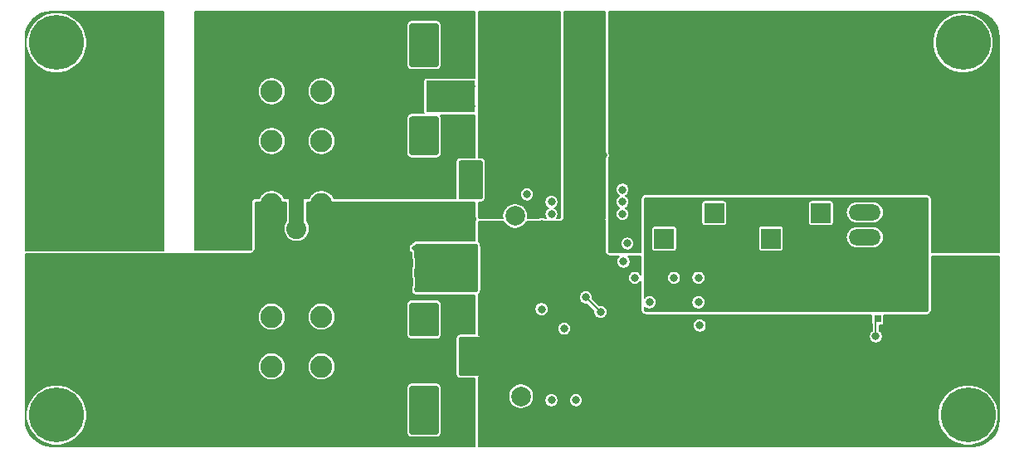
<source format=gbr>
%TF.GenerationSoftware,KiCad,Pcbnew,(5.1.8)-1*%
%TF.CreationDate,2020-11-17T00:12:26-08:00*%
%TF.ProjectId,WPT_RX,5750545f-5258-42e6-9b69-6361645f7063,rev?*%
%TF.SameCoordinates,Original*%
%TF.FileFunction,Copper,L4,Bot*%
%TF.FilePolarity,Positive*%
%FSLAX46Y46*%
G04 Gerber Fmt 4.6, Leading zero omitted, Abs format (unit mm)*
G04 Created by KiCad (PCBNEW (5.1.8)-1) date 2020-11-17 00:12:26*
%MOMM*%
%LPD*%
G01*
G04 APERTURE LIST*
%TA.AperFunction,ComponentPad*%
%ADD10R,2.000000X2.000000*%
%TD*%
%TA.AperFunction,ComponentPad*%
%ADD11O,2.000000X2.000000*%
%TD*%
%TA.AperFunction,SMDPad,CuDef*%
%ADD12R,1.000000X0.950000*%
%TD*%
%TA.AperFunction,SMDPad,CuDef*%
%ADD13R,4.900000X3.200000*%
%TD*%
%TA.AperFunction,ComponentPad*%
%ADD14C,2.250000*%
%TD*%
%TA.AperFunction,ComponentPad*%
%ADD15C,2.050000*%
%TD*%
%TA.AperFunction,ComponentPad*%
%ADD16O,3.276600X1.638300*%
%TD*%
%TA.AperFunction,SMDPad,CuDef*%
%ADD17R,0.700000X0.800000*%
%TD*%
%TA.AperFunction,SMDPad,CuDef*%
%ADD18R,4.500000X4.290000*%
%TD*%
%TA.AperFunction,ComponentPad*%
%ADD19C,2.000000*%
%TD*%
%TA.AperFunction,ComponentPad*%
%ADD20C,5.600000*%
%TD*%
%TA.AperFunction,ViaPad*%
%ADD21C,0.800000*%
%TD*%
%TA.AperFunction,ViaPad*%
%ADD22C,0.500000*%
%TD*%
%TA.AperFunction,Conductor*%
%ADD23C,1.500000*%
%TD*%
%TA.AperFunction,Conductor*%
%ADD24C,0.200000*%
%TD*%
%TA.AperFunction,Conductor*%
%ADD25C,0.100000*%
%TD*%
G04 APERTURE END LIST*
D10*
%TO.P,R9,1*%
%TO.N,+BATT*%
X185000000Y-120900000D03*
D11*
%TO.P,R9,2*%
%TO.N,Net-(Q1-Pad3)*%
X179920000Y-120900000D03*
%TD*%
D10*
%TO.P,R12,1*%
%TO.N,+BATT*%
X174100000Y-120900000D03*
D11*
%TO.P,R12,2*%
%TO.N,Net-(Q1-Pad3)*%
X169020000Y-120900000D03*
%TD*%
D10*
%TO.P,R13,1*%
%TO.N,+BATT*%
X179900000Y-123500000D03*
D11*
%TO.P,R13,2*%
%TO.N,Net-(Q1-Pad3)*%
X184980000Y-123500000D03*
%TD*%
D10*
%TO.P,R14,1*%
%TO.N,+BATT*%
X169000000Y-123500000D03*
D11*
%TO.P,R14,2*%
%TO.N,Net-(Q1-Pad3)*%
X174080000Y-123500000D03*
%TD*%
D12*
%TO.P,D1,2*%
%TO.N,Net-(D1-Pad2)*%
X142850000Y-126030000D03*
D13*
%TO.P,D1,1*%
%TO.N,/VSEN*%
X147200000Y-127000000D03*
D12*
%TO.P,D1,2*%
%TO.N,Net-(D1-Pad2)*%
X142850000Y-127970000D03*
%TD*%
%TO.P,D2,2*%
%TO.N,GND*%
X149150000Y-136470000D03*
D13*
%TO.P,D2,1*%
%TO.N,Net-(D1-Pad2)*%
X144800000Y-135500000D03*
D12*
%TO.P,D2,2*%
%TO.N,GND*%
X149150000Y-134530000D03*
%TD*%
%TO.P,D3,2*%
%TO.N,Net-(C3-Pad1)*%
X142850000Y-108030000D03*
D13*
%TO.P,D3,1*%
%TO.N,/VSEN*%
X147200000Y-109000000D03*
D12*
%TO.P,D3,2*%
%TO.N,Net-(C3-Pad1)*%
X142850000Y-109970000D03*
%TD*%
%TO.P,D4,2*%
%TO.N,GND*%
X149150000Y-118470000D03*
D13*
%TO.P,D4,1*%
%TO.N,Net-(C3-Pad1)*%
X144800000Y-117500000D03*
D12*
%TO.P,D4,2*%
%TO.N,GND*%
X149150000Y-116530000D03*
%TD*%
D14*
%TO.P,J3,2*%
%TO.N,Net-(D1-Pad2)*%
X128960000Y-125040000D03*
X128960000Y-119960000D03*
X134040000Y-119960000D03*
X134040000Y-125040000D03*
D15*
%TO.P,J3,1*%
%TO.N,Net-(C3-Pad1)*%
X131500000Y-122500000D03*
%TD*%
D14*
%TO.P,J4,2*%
%TO.N,GND*%
X128960000Y-113540000D03*
X128960000Y-108460000D03*
X134040000Y-108460000D03*
X134040000Y-113540000D03*
D15*
%TO.P,J4,1*%
%TO.N,Net-(C3-Pad1)*%
X131500000Y-111000000D03*
%TD*%
%TO.P,J5,1*%
%TO.N,Net-(D1-Pad2)*%
X131500000Y-134000000D03*
D14*
%TO.P,J5,2*%
%TO.N,GND*%
X134040000Y-136540000D03*
X134040000Y-131460000D03*
X128960000Y-131460000D03*
X128960000Y-136540000D03*
%TD*%
D16*
%TO.P,J8,1*%
%TO.N,+5V*%
X189480000Y-120830000D03*
%TO.P,J8,2*%
%TO.N,GND*%
X189480000Y-123370000D03*
%TD*%
D17*
%TO.P,Q1,1*%
%TO.N,GND*%
X194610000Y-131650000D03*
X193340000Y-131650000D03*
X192060000Y-131650000D03*
%TO.P,Q1,2*%
%TO.N,/FAULT_OVP*%
X190790000Y-131650000D03*
%TO.P,Q1,3*%
%TO.N,Net-(Q1-Pad3)*%
X190790000Y-126150000D03*
X192060000Y-126150000D03*
X193340000Y-126150000D03*
X194610000Y-126150000D03*
D18*
X192700000Y-128400000D03*
%TD*%
D19*
%TO.P,TP1,1*%
%TO.N,/VSEN*%
X154200000Y-103000000D03*
%TD*%
%TO.P,TP2,1*%
%TO.N,Net-(C3-Pad1)*%
X131600000Y-103000000D03*
%TD*%
%TO.P,TP3,1*%
%TO.N,Net-(D1-Pad2)*%
X131400000Y-141800000D03*
%TD*%
%TO.P,TP4,1*%
%TO.N,/ISEN*%
X153800000Y-121200000D03*
%TD*%
%TO.P,TP5,1*%
%TO.N,/FAULT_OVP*%
X154400000Y-139600000D03*
%TD*%
%TO.P,TP6,1*%
%TO.N,+BATT*%
X192500000Y-105500000D03*
%TD*%
%TO.P,TP7,1*%
%TO.N,GND*%
X192500000Y-141000000D03*
%TD*%
%TO.P,TP8,1*%
%TO.N,GND*%
X165000000Y-136700000D03*
%TD*%
D20*
%TO.P,H1,1*%
%TO.N,N/C*%
X199500000Y-103500000D03*
%TD*%
%TO.P,H2,1*%
%TO.N,N/C*%
X200000000Y-141500000D03*
%TD*%
%TO.P,H3,1*%
%TO.N,N/C*%
X107000000Y-103500000D03*
%TD*%
%TO.P,H4,1*%
%TO.N,N/C*%
X107000000Y-141500000D03*
%TD*%
D21*
%TO.N,GND*%
X202500000Y-129500000D03*
X200000000Y-129500000D03*
%TO.N,+5V*%
X157500000Y-119750000D03*
X164845000Y-125845000D03*
X158800000Y-132700000D03*
D22*
%TO.N,GND*%
X193500000Y-132000000D03*
X192000000Y-132000000D03*
X202500000Y-136000000D03*
X201000000Y-136000000D03*
X199500000Y-136000000D03*
X198000000Y-136000000D03*
X196500000Y-136000000D03*
X195000000Y-136000000D03*
X193500000Y-136000000D03*
X194500000Y-135000000D03*
X196000000Y-135000000D03*
X197500000Y-135000000D03*
X199000000Y-135000000D03*
X200500000Y-135000000D03*
X202000000Y-135000000D03*
X202500000Y-134000000D03*
X201000000Y-134000000D03*
X199500000Y-134000000D03*
X198000000Y-134000000D03*
X196500000Y-134000000D03*
X195000000Y-134000000D03*
X193500000Y-134000000D03*
X194500000Y-133000000D03*
X196000000Y-133000000D03*
X197500000Y-133000000D03*
X199000000Y-133000000D03*
X200500000Y-133000000D03*
X193500000Y-132000000D03*
X195000000Y-132000000D03*
X196500000Y-132000000D03*
X198000000Y-132000000D03*
X199500000Y-132000000D03*
X202000000Y-133000000D03*
X201000000Y-132000000D03*
X202500000Y-132000000D03*
X149500000Y-135000000D03*
X149000000Y-136000000D03*
X149500000Y-118000000D03*
X148500000Y-119000000D03*
X149000000Y-116500000D03*
X145000000Y-114500000D03*
X144000000Y-114500000D03*
X145500000Y-113500000D03*
X144500000Y-113500000D03*
X143500000Y-113500000D03*
X145000000Y-112500000D03*
X144000000Y-112500000D03*
X145500000Y-111500000D03*
X144500000Y-111500000D03*
X143500000Y-111500000D03*
X145500000Y-139500000D03*
X144500000Y-139500000D03*
X143500000Y-139500000D03*
X144000000Y-140500000D03*
X145000000Y-140500000D03*
X145500000Y-141500000D03*
X144500000Y-141500000D03*
X143500000Y-141500000D03*
X145000000Y-142500000D03*
X144000000Y-142500000D03*
D21*
X157500000Y-121000000D03*
X164750000Y-121000000D03*
X164750000Y-119750000D03*
X164750000Y-118500000D03*
X155000000Y-119000000D03*
X156500000Y-122000000D03*
X159000000Y-129900000D03*
X158900000Y-131200000D03*
X158900000Y-134400000D03*
X154500000Y-130400000D03*
X156200000Y-125200000D03*
D22*
X150000000Y-119000000D03*
X148500000Y-117500000D03*
X150000000Y-117000000D03*
X150000000Y-116000000D03*
X148500000Y-116000000D03*
X148500000Y-137000000D03*
X150000000Y-137000000D03*
X150000000Y-136000000D03*
X148500000Y-135000000D03*
X150000000Y-134000000D03*
X148500000Y-134000000D03*
D21*
X165250000Y-124000000D03*
X162750000Y-140500000D03*
X190500000Y-135500000D03*
X160000000Y-103000000D03*
X162000000Y-105250000D03*
X160250000Y-108250000D03*
X160000000Y-124500000D03*
X161500000Y-123250000D03*
X162750000Y-115000000D03*
X159250000Y-115000000D03*
D22*
X195000000Y-132000000D03*
X194500000Y-133000000D03*
X193000000Y-133000000D03*
X191500000Y-133000000D03*
D21*
X152500000Y-137500000D03*
X152500000Y-140000000D03*
X152500000Y-132500000D03*
X152500000Y-130000000D03*
X152500000Y-135000000D03*
X152500000Y-127500000D03*
X155000000Y-132500000D03*
X155000000Y-135000000D03*
X155000000Y-137500000D03*
X157500000Y-137500000D03*
X157500000Y-135000000D03*
X157500000Y-142500000D03*
X160000000Y-137500000D03*
X162500000Y-137500000D03*
X162500000Y-135000000D03*
X162500000Y-132500000D03*
X165000000Y-132500000D03*
X165000000Y-135000000D03*
X167500000Y-135000000D03*
X167500000Y-137500000D03*
X167500000Y-140000000D03*
X165000000Y-140300000D03*
X165000000Y-142500000D03*
X167500000Y-142500000D03*
X170000000Y-142500000D03*
X170000000Y-140000000D03*
X170000000Y-137500000D03*
X170000000Y-135000000D03*
X170000000Y-132500000D03*
X167500000Y-132500000D03*
X167500000Y-130000000D03*
X170000000Y-127500000D03*
X172500000Y-127500000D03*
X172500000Y-130000000D03*
X172500000Y-135000000D03*
X172500000Y-137500000D03*
X172500000Y-140000000D03*
X172500000Y-140000000D03*
X172500000Y-142500000D03*
X175000000Y-142500000D03*
X175000000Y-140000000D03*
X175000000Y-137500000D03*
X177500000Y-140000000D03*
X177500000Y-142500000D03*
X175000000Y-132500000D03*
X175000000Y-135000000D03*
X177500000Y-135000000D03*
X177500000Y-137500000D03*
X177500000Y-132500000D03*
X180000000Y-132500000D03*
X180000000Y-135000000D03*
X180000000Y-140000000D03*
X180000000Y-140000000D03*
X180000000Y-142500000D03*
X180000000Y-137500000D03*
X182500000Y-137500000D03*
X182500000Y-132500000D03*
X182500000Y-132500000D03*
X182500000Y-135000000D03*
X185000000Y-135000000D03*
X185000000Y-132500000D03*
X187500000Y-132500000D03*
X187500000Y-135000000D03*
X187500000Y-135000000D03*
X187500000Y-137500000D03*
X185000000Y-137500000D03*
X185000000Y-142500000D03*
X182500000Y-140000000D03*
X182500000Y-140000000D03*
X182500000Y-142500000D03*
X185000000Y-140000000D03*
X185000000Y-140000000D03*
X187500000Y-140000000D03*
X187500000Y-142500000D03*
X190000000Y-142500000D03*
X190000000Y-137500000D03*
X190000000Y-140000000D03*
X192500000Y-143500000D03*
X192500000Y-137000000D03*
X195000000Y-140000000D03*
X195000000Y-142500000D03*
X195000000Y-137500000D03*
X197500000Y-137500000D03*
X200000000Y-137500000D03*
X202500000Y-137500000D03*
X192500000Y-135000000D03*
X197500000Y-127500000D03*
X200000000Y-127500000D03*
X202500000Y-127500000D03*
X202500000Y-127500000D03*
D22*
%TO.N,Net-(C3-Pad1)*%
X122500000Y-102000000D03*
X121500000Y-102000000D03*
X121500000Y-103000000D03*
X122500000Y-103000000D03*
X122500000Y-104000000D03*
X121500000Y-104000000D03*
X121500000Y-105000000D03*
X122500000Y-105000000D03*
X122500000Y-106000000D03*
X121500000Y-106000000D03*
X122500000Y-108000000D03*
X121500000Y-108000000D03*
X121500000Y-109000000D03*
X122500000Y-109000000D03*
X122500000Y-110000000D03*
X121500000Y-110000000D03*
X121500000Y-111000000D03*
X122500000Y-111000000D03*
X122500000Y-112000000D03*
X121500000Y-112000000D03*
X121500000Y-114000000D03*
X122500000Y-114000000D03*
X122500000Y-115000000D03*
X121500000Y-115000000D03*
X121500000Y-116000000D03*
X122500000Y-116000000D03*
X122500000Y-117000000D03*
X121500000Y-117000000D03*
X122500000Y-118000000D03*
X121500000Y-118000000D03*
X122500000Y-120000000D03*
X121500000Y-120000000D03*
X121500000Y-121000000D03*
X122500000Y-121000000D03*
X122500000Y-122000000D03*
X121500000Y-122000000D03*
X121500000Y-123000000D03*
X122500000Y-123000000D03*
X122500000Y-124000000D03*
X121500000Y-124000000D03*
D21*
X125000000Y-122500000D03*
X125000000Y-120000000D03*
X125000000Y-117500000D03*
X125000000Y-115000000D03*
X125000000Y-112500000D03*
X125000000Y-110000000D03*
X125000000Y-107500000D03*
X125000000Y-105000000D03*
X125000000Y-102500000D03*
X127500000Y-102500000D03*
X127500000Y-105000000D03*
X130000000Y-105000000D03*
X132500000Y-105000000D03*
X135000000Y-105000000D03*
X135000000Y-102500000D03*
X131500000Y-113500000D03*
X131500000Y-116000000D03*
D22*
%TO.N,Net-(C3-Pad2)*%
X117500000Y-124000000D03*
X116500000Y-124000000D03*
X116500000Y-123000000D03*
X117500000Y-123000000D03*
X117500000Y-122000000D03*
X116500000Y-122000000D03*
X116500000Y-121000000D03*
X117500000Y-121000000D03*
X117500000Y-120000000D03*
X116500000Y-120000000D03*
X117500000Y-118000000D03*
X116500000Y-118000000D03*
X116500000Y-117000000D03*
X117500000Y-117000000D03*
X116500000Y-116000000D03*
X117500000Y-116000000D03*
X117500000Y-115000000D03*
X116500000Y-115000000D03*
X117500000Y-114000000D03*
X116500000Y-114000000D03*
X117500000Y-112000000D03*
X116500000Y-112000000D03*
X117500000Y-111000000D03*
X116500000Y-111000000D03*
X117500000Y-110000000D03*
X116500000Y-110000000D03*
X117500000Y-109000000D03*
X116500000Y-109000000D03*
X117500000Y-108000000D03*
X116500000Y-108000000D03*
X117500000Y-106000000D03*
X117500000Y-102000000D03*
X116500000Y-103000000D03*
X117500000Y-104000000D03*
X116500000Y-105000000D03*
X116500000Y-106000000D03*
X117500000Y-105000000D03*
X116500000Y-104000000D03*
X117500000Y-103000000D03*
X116500000Y-102000000D03*
X113500000Y-113000000D03*
X112500000Y-113000000D03*
X111500000Y-113000000D03*
X110500000Y-113000000D03*
X109500000Y-113000000D03*
X108500000Y-113000000D03*
X107500000Y-113000000D03*
X106500000Y-113000000D03*
X105500000Y-113000000D03*
X104500000Y-113000000D03*
X105000000Y-112000000D03*
X106000000Y-112000000D03*
X107000000Y-112000000D03*
X108000000Y-112000000D03*
X109000000Y-112000000D03*
X110000000Y-112000000D03*
X111000000Y-112000000D03*
X112000000Y-112000000D03*
X113000000Y-112000000D03*
X113500000Y-111000000D03*
X112500000Y-111000000D03*
X111500000Y-111000000D03*
X110500000Y-111000000D03*
X109500000Y-111000000D03*
X108500000Y-111000000D03*
X107500000Y-111000000D03*
X106500000Y-111000000D03*
X105500000Y-111000000D03*
X104500000Y-111000000D03*
X105000000Y-110000000D03*
X106000000Y-110000000D03*
X107000000Y-110000000D03*
X108000000Y-110000000D03*
X109000000Y-110000000D03*
X110000000Y-110000000D03*
X111000000Y-110000000D03*
X112000000Y-110000000D03*
X113000000Y-110000000D03*
X113500000Y-109000000D03*
X112500000Y-109000000D03*
X111500000Y-109000000D03*
X110500000Y-109000000D03*
X109500000Y-109000000D03*
X108500000Y-109000000D03*
X107500000Y-109000000D03*
X106500000Y-109000000D03*
X105500000Y-109000000D03*
X104500000Y-109000000D03*
D21*
X112500000Y-102500000D03*
X112500000Y-105000000D03*
X115000000Y-107500000D03*
X112500000Y-107500000D03*
X110000000Y-115000000D03*
X112500000Y-115000000D03*
X115000000Y-115000000D03*
X115000000Y-117500000D03*
X112500000Y-117500000D03*
X107500000Y-117500000D03*
X110000000Y-117500000D03*
X105000000Y-117500000D03*
X105000000Y-122500000D03*
X105000000Y-120000000D03*
X107500000Y-120000000D03*
X107500000Y-122500000D03*
X110000000Y-122500000D03*
X110000000Y-120000000D03*
X112500000Y-120000000D03*
X112500000Y-122500000D03*
X115000000Y-122500000D03*
X115000000Y-105000000D03*
X115000000Y-102500000D03*
X115000000Y-110000000D03*
X115000000Y-110000000D03*
X115000000Y-112500000D03*
X115000000Y-120000000D03*
D22*
%TO.N,/VSEN*%
X157900000Y-114700000D03*
X157900000Y-113700000D03*
X157900000Y-112700000D03*
X157900000Y-111900000D03*
X145500000Y-102000000D03*
X145500000Y-104000000D03*
X143500000Y-104000000D03*
X143500000Y-102000000D03*
X144500000Y-102000000D03*
X145000000Y-103000000D03*
X144000000Y-103000000D03*
X144500000Y-104000000D03*
X149500000Y-110000000D03*
X148500000Y-110000000D03*
X147500000Y-110000000D03*
X146500000Y-110000000D03*
X145000000Y-109000000D03*
X146000000Y-109000000D03*
X147000000Y-109000000D03*
X148000000Y-109000000D03*
X149000000Y-109000000D03*
X149500000Y-108000000D03*
X148500000Y-108000000D03*
X147500000Y-108000000D03*
X146500000Y-108000000D03*
X145500000Y-108000000D03*
X144000000Y-105000000D03*
X145000000Y-105000000D03*
X149500000Y-128500000D03*
X149500000Y-126500000D03*
X149000000Y-125500000D03*
X148000000Y-125500000D03*
X147000000Y-125500000D03*
X146500000Y-126500000D03*
X148500000Y-126500000D03*
X149000000Y-127500000D03*
X148500000Y-128500000D03*
X148000000Y-127500000D03*
X147500000Y-128500000D03*
X147000000Y-127500000D03*
X146500000Y-128500000D03*
X145500000Y-128500000D03*
X147500000Y-126500000D03*
X146000000Y-127500000D03*
X145000000Y-127500000D03*
X146000000Y-125500000D03*
X145500000Y-126500000D03*
X145000000Y-125500000D03*
X144500000Y-124500000D03*
X145500000Y-124500000D03*
X143500000Y-124500000D03*
X144000000Y-125500000D03*
X144500000Y-126500000D03*
X144000000Y-127500000D03*
X144500000Y-128500000D03*
X144000000Y-130500000D03*
X145000000Y-130500000D03*
X145500000Y-131500000D03*
X143500000Y-131500000D03*
X144500000Y-131500000D03*
X144000000Y-132500000D03*
X145000000Y-132500000D03*
D21*
X156500000Y-130700000D03*
D22*
X157200000Y-114200000D03*
X157200000Y-113200000D03*
X157200000Y-112300000D03*
X156500000Y-111900000D03*
X156500000Y-112700000D03*
X156500000Y-113700000D03*
X156500000Y-114700000D03*
X155800000Y-114200000D03*
X155800000Y-113200000D03*
X155800000Y-112300000D03*
X157200000Y-111200000D03*
X155800000Y-111200000D03*
X155800000Y-115200000D03*
X157200000Y-115300000D03*
D21*
X152500000Y-117500000D03*
X157500000Y-117500000D03*
X152500000Y-115000000D03*
X152500000Y-112500000D03*
X152500000Y-110000000D03*
X155000000Y-110000000D03*
X157500000Y-110000000D03*
X157500000Y-107500000D03*
X155000000Y-107500000D03*
X152500000Y-107500000D03*
X152500000Y-105000000D03*
X155000000Y-105000000D03*
X157500000Y-105000000D03*
X157500000Y-102500000D03*
X152500000Y-102500000D03*
D22*
%TO.N,Net-(D1-Pad2)*%
X110500000Y-136000000D03*
X109500000Y-136000000D03*
X108500000Y-136000000D03*
X107500000Y-136000000D03*
X106500000Y-136000000D03*
X105500000Y-136000000D03*
X104500000Y-136000000D03*
X105000000Y-135000000D03*
X106000000Y-135000000D03*
X107000000Y-135000000D03*
X108000000Y-135000000D03*
X109000000Y-135000000D03*
X110000000Y-135000000D03*
X111500000Y-136000000D03*
X111000000Y-135000000D03*
X112500000Y-136000000D03*
X112000000Y-135000000D03*
X113500000Y-136000000D03*
X113000000Y-135000000D03*
X113500000Y-134000000D03*
X112500000Y-134000000D03*
X111500000Y-134000000D03*
X110500000Y-134000000D03*
X109500000Y-134000000D03*
X108500000Y-134000000D03*
X107500000Y-134000000D03*
X106500000Y-134000000D03*
X105500000Y-134000000D03*
X104500000Y-134000000D03*
X105000000Y-133000000D03*
X106000000Y-133000000D03*
X107000000Y-133000000D03*
X108000000Y-133000000D03*
X109000000Y-133000000D03*
X110000000Y-133000000D03*
X111000000Y-133000000D03*
X112000000Y-133000000D03*
X113000000Y-133000000D03*
X113500000Y-132000000D03*
X112500000Y-132000000D03*
X111500000Y-132000000D03*
X110500000Y-132000000D03*
X109500000Y-132000000D03*
X108500000Y-132000000D03*
X107500000Y-132000000D03*
X106500000Y-132000000D03*
X105500000Y-132000000D03*
X104500000Y-132000000D03*
D21*
X105000000Y-127500000D03*
X107500000Y-127500000D03*
X110000000Y-130000000D03*
X110000000Y-127500000D03*
X112500000Y-127500000D03*
X112500000Y-130000000D03*
X115000000Y-130000000D03*
X115000000Y-127500000D03*
X120000000Y-127500000D03*
X117500000Y-130000000D03*
X117500000Y-127500000D03*
X120000000Y-130000000D03*
X122500000Y-130000000D03*
X122500000Y-127500000D03*
X125000000Y-127500000D03*
X125000000Y-130000000D03*
X127500000Y-127500000D03*
X132500000Y-127500000D03*
X130000000Y-127500000D03*
X125000000Y-132500000D03*
X125000000Y-135000000D03*
X125000000Y-137500000D03*
X125000000Y-140000000D03*
X125000000Y-142500000D03*
X120000000Y-142500000D03*
X122500000Y-142500000D03*
X122500000Y-140000000D03*
X117500000Y-140000000D03*
X117500000Y-140000000D03*
X117500000Y-142500000D03*
X120000000Y-140000000D03*
X120000000Y-137500000D03*
X122500000Y-137500000D03*
X122500000Y-135000000D03*
X120000000Y-135000000D03*
X120000000Y-132500000D03*
X122500000Y-132500000D03*
X117500000Y-132500000D03*
X117500000Y-137500000D03*
X117500000Y-135000000D03*
X115000000Y-135000000D03*
X115000000Y-132500000D03*
X115000000Y-137500000D03*
X112500000Y-137500000D03*
X107500000Y-137500000D03*
X110000000Y-137500000D03*
X105000000Y-137500000D03*
X112500000Y-140000000D03*
X115000000Y-140000000D03*
X115000000Y-142500000D03*
X112500000Y-142500000D03*
X127500000Y-142500000D03*
X127500000Y-140000000D03*
X130000000Y-140000000D03*
X132500000Y-140000000D03*
X135000000Y-140000000D03*
X135000000Y-142500000D03*
X135000000Y-127500000D03*
%TO.N,/FAULT_OVP*%
X166000000Y-127500000D03*
X160000000Y-140000000D03*
X190600000Y-133475000D03*
X157500000Y-140000000D03*
X172625000Y-132375000D03*
D22*
%TO.N,+BATT*%
X193500000Y-113000000D03*
X195000000Y-113000000D03*
X196500000Y-113000000D03*
X198000000Y-113000000D03*
X199500000Y-113000000D03*
X201000000Y-113000000D03*
X202500000Y-113000000D03*
X202000000Y-112000000D03*
X200500000Y-112000000D03*
X199000000Y-112000000D03*
X197500000Y-112000000D03*
X196000000Y-112000000D03*
X194500000Y-112000000D03*
X193500000Y-111000000D03*
X195000000Y-111000000D03*
X196500000Y-111000000D03*
X198000000Y-111000000D03*
X199500000Y-111000000D03*
X201000000Y-111000000D03*
X202500000Y-111000000D03*
X202000000Y-110000000D03*
X200500000Y-110000000D03*
X199000000Y-110000000D03*
X197500000Y-110000000D03*
X194500000Y-110000000D03*
X193500000Y-109000000D03*
X195000000Y-109000000D03*
X196500000Y-109000000D03*
X198000000Y-109000000D03*
X199500000Y-109000000D03*
X201000000Y-109000000D03*
X202500000Y-109000000D03*
X164400000Y-114100000D03*
X164400000Y-113200000D03*
X163800000Y-114600000D03*
X163800000Y-113700000D03*
X163800000Y-112700000D03*
X164400000Y-112300000D03*
X163800000Y-111900000D03*
X165000000Y-111900000D03*
X165000000Y-112700000D03*
X165000000Y-113700000D03*
X165000000Y-114600000D03*
X163800000Y-111200000D03*
X165000000Y-111200000D03*
X165900000Y-111200000D03*
X165900000Y-112200000D03*
X165900000Y-113200000D03*
X165900000Y-114200000D03*
X165900000Y-115300000D03*
X165000000Y-115300000D03*
X164000000Y-115300000D03*
D21*
X165000000Y-110000000D03*
X165000000Y-107500000D03*
X165000000Y-105000000D03*
X165000000Y-105000000D03*
X165000000Y-102500000D03*
X167500000Y-102500000D03*
X167500000Y-105000000D03*
X167500000Y-107500000D03*
X167500000Y-107500000D03*
X167500000Y-110000000D03*
X167500000Y-112500000D03*
X167500000Y-115000000D03*
X167500000Y-117500000D03*
X170000000Y-117500000D03*
X170000000Y-115000000D03*
X170000000Y-112500000D03*
X170000000Y-110000000D03*
X170000000Y-107500000D03*
X170000000Y-105000000D03*
X170000000Y-102500000D03*
X172500000Y-117500000D03*
X172500000Y-115000000D03*
X172500000Y-112500000D03*
X172500000Y-105000000D03*
X172500000Y-102500000D03*
X172500000Y-107500000D03*
X172500000Y-110000000D03*
X195000000Y-117500000D03*
X192500000Y-117500000D03*
X190000000Y-117500000D03*
X187500000Y-117500000D03*
X185000000Y-117500000D03*
X182500000Y-117500000D03*
X180000000Y-117500000D03*
X177500000Y-117500000D03*
X175000000Y-117500000D03*
X175000000Y-115000000D03*
X177500000Y-115000000D03*
X180000000Y-115000000D03*
X185000000Y-115000000D03*
X182500000Y-115000000D03*
X187500000Y-115000000D03*
X192500000Y-115000000D03*
X190000000Y-115000000D03*
X190000000Y-112500000D03*
X190000000Y-110000000D03*
X187500000Y-110000000D03*
X185000000Y-110000000D03*
X182500000Y-110000000D03*
X175000000Y-110000000D03*
X177500000Y-110000000D03*
X175000000Y-112500000D03*
X177500000Y-112500000D03*
X180000000Y-112500000D03*
X180000000Y-110000000D03*
X182500000Y-112500000D03*
X185000000Y-112500000D03*
X187500000Y-112500000D03*
X187500000Y-107500000D03*
X185000000Y-107500000D03*
X180000000Y-105000000D03*
X175000000Y-107500000D03*
X175000000Y-105000000D03*
X175000000Y-102500000D03*
X177500000Y-102500000D03*
X177500000Y-105000000D03*
X177500000Y-107500000D03*
X180000000Y-107500000D03*
X180000000Y-102500000D03*
X182500000Y-102500000D03*
X182500000Y-105000000D03*
X182500000Y-107500000D03*
X185000000Y-105000000D03*
X185000000Y-102500000D03*
X187500000Y-102500000D03*
X187500000Y-105000000D03*
X190000000Y-105000000D03*
X190000000Y-107500000D03*
X190000000Y-102500000D03*
X195000000Y-105000000D03*
X195000000Y-102500000D03*
X197500000Y-107500000D03*
X195000000Y-107500000D03*
X200000000Y-107500000D03*
X197500000Y-117500000D03*
X200000000Y-117500000D03*
X202500000Y-117500000D03*
X202500000Y-120000000D03*
X200000000Y-120000000D03*
X197500000Y-120000000D03*
X197500000Y-122500000D03*
X200000000Y-122500000D03*
X202500000Y-122500000D03*
D22*
X196000000Y-110000000D03*
D21*
%TO.N,Net-(R6-Pad2)*%
X162500000Y-131000000D03*
X161000000Y-129500000D03*
%TD*%
D23*
%TO.N,Net-(C3-Pad1)*%
X131500000Y-122500000D02*
X131500000Y-116000000D01*
X131500000Y-113500000D02*
X131500000Y-111000000D01*
X131500000Y-116000000D02*
X131500000Y-113500000D01*
D24*
%TO.N,/FAULT_OVP*%
X190600000Y-131840000D02*
X190790000Y-131650000D01*
X190600000Y-133475000D02*
X190600000Y-131840000D01*
%TO.N,Net-(R6-Pad2)*%
X162500000Y-131000000D02*
X161000000Y-129500000D01*
%TD*%
%TO.N,Net-(C3-Pad2)*%
X117900000Y-124700000D02*
X103825000Y-124700000D01*
X103825000Y-103194677D01*
X103900000Y-103194677D01*
X103900000Y-103805323D01*
X104019131Y-104404237D01*
X104252815Y-104968401D01*
X104592072Y-105476135D01*
X105023865Y-105907928D01*
X105531599Y-106247185D01*
X106095763Y-106480869D01*
X106694677Y-106600000D01*
X107305323Y-106600000D01*
X107904237Y-106480869D01*
X108468401Y-106247185D01*
X108976135Y-105907928D01*
X109407928Y-105476135D01*
X109747185Y-104968401D01*
X109980869Y-104404237D01*
X110100000Y-103805323D01*
X110100000Y-103194677D01*
X109980869Y-102595763D01*
X109747185Y-102031599D01*
X109407928Y-101523865D01*
X108976135Y-101092072D01*
X108468401Y-100752815D01*
X107904237Y-100519131D01*
X107305323Y-100400000D01*
X106694677Y-100400000D01*
X106095763Y-100519131D01*
X105531599Y-100752815D01*
X105023865Y-101092072D01*
X104592072Y-101523865D01*
X104252815Y-102031599D01*
X104019131Y-102595763D01*
X103900000Y-103194677D01*
X103825000Y-103194677D01*
X103825000Y-103015897D01*
X103877474Y-102480725D01*
X104028281Y-101981230D01*
X104273233Y-101520541D01*
X104603002Y-101116203D01*
X105005031Y-100783616D01*
X105464001Y-100535452D01*
X105962427Y-100381163D01*
X106496657Y-100325014D01*
X106500559Y-100325000D01*
X117900000Y-100325000D01*
X117900000Y-124700000D01*
%TA.AperFunction,Conductor*%
D25*
G36*
X117900000Y-124700000D02*
G01*
X103825000Y-124700000D01*
X103825000Y-103194677D01*
X103900000Y-103194677D01*
X103900000Y-103805323D01*
X104019131Y-104404237D01*
X104252815Y-104968401D01*
X104592072Y-105476135D01*
X105023865Y-105907928D01*
X105531599Y-106247185D01*
X106095763Y-106480869D01*
X106694677Y-106600000D01*
X107305323Y-106600000D01*
X107904237Y-106480869D01*
X108468401Y-106247185D01*
X108976135Y-105907928D01*
X109407928Y-105476135D01*
X109747185Y-104968401D01*
X109980869Y-104404237D01*
X110100000Y-103805323D01*
X110100000Y-103194677D01*
X109980869Y-102595763D01*
X109747185Y-102031599D01*
X109407928Y-101523865D01*
X108976135Y-101092072D01*
X108468401Y-100752815D01*
X107904237Y-100519131D01*
X107305323Y-100400000D01*
X106694677Y-100400000D01*
X106095763Y-100519131D01*
X105531599Y-100752815D01*
X105023865Y-101092072D01*
X104592072Y-101523865D01*
X104252815Y-102031599D01*
X104019131Y-102595763D01*
X103900000Y-103194677D01*
X103825000Y-103194677D01*
X103825000Y-103015897D01*
X103877474Y-102480725D01*
X104028281Y-101981230D01*
X104273233Y-101520541D01*
X104603002Y-101116203D01*
X105005031Y-100783616D01*
X105464001Y-100535452D01*
X105962427Y-100381163D01*
X106496657Y-100325014D01*
X106500559Y-100325000D01*
X117900000Y-100325000D01*
X117900000Y-124700000D01*
G37*
%TD.AperFunction*%
%TD*%
D24*
%TO.N,Net-(D1-Pad2)*%
X130450000Y-121686499D02*
X130325800Y-121872377D01*
X130225919Y-122113512D01*
X130175000Y-122369499D01*
X130175000Y-122630501D01*
X130225919Y-122886488D01*
X130325800Y-123127623D01*
X130470805Y-123344638D01*
X130655362Y-123529195D01*
X130872377Y-123674200D01*
X131113512Y-123774081D01*
X131369499Y-123825000D01*
X131630501Y-123825000D01*
X131886488Y-123774081D01*
X132127623Y-123674200D01*
X132344638Y-123529195D01*
X132529195Y-123344638D01*
X132674200Y-123127623D01*
X132774081Y-122886488D01*
X132825000Y-122630501D01*
X132825000Y-122369499D01*
X132774081Y-122113512D01*
X132674200Y-121872377D01*
X132550000Y-121686499D01*
X132550000Y-119800000D01*
X149700000Y-119800000D01*
X149700000Y-121250000D01*
X149705764Y-121308527D01*
X149724794Y-121404198D01*
X149741866Y-121460475D01*
X149762993Y-121500000D01*
X149741866Y-121539524D01*
X149724794Y-121595802D01*
X149705764Y-121691473D01*
X149700000Y-121750000D01*
X149700000Y-123700000D01*
X143750000Y-123700000D01*
X143691473Y-123705764D01*
X143595802Y-123724794D01*
X143539525Y-123741866D01*
X143487659Y-123769589D01*
X143406553Y-123823782D01*
X143361090Y-123861092D01*
X143323782Y-123906553D01*
X143269589Y-123987659D01*
X143261031Y-124003669D01*
X143239477Y-124012597D01*
X143149396Y-124072787D01*
X143072787Y-124149396D01*
X143012597Y-124239477D01*
X142971136Y-124339571D01*
X142950000Y-124445830D01*
X142950000Y-124554170D01*
X142971136Y-124660429D01*
X143012597Y-124760523D01*
X143072787Y-124850604D01*
X143149396Y-124927213D01*
X143200000Y-124961025D01*
X143200000Y-128750000D01*
X143205764Y-128808527D01*
X143224794Y-128904198D01*
X143241866Y-128960475D01*
X143269589Y-129012341D01*
X143323782Y-129093447D01*
X143361092Y-129138910D01*
X143406553Y-129176218D01*
X143487659Y-129230411D01*
X143539524Y-129258134D01*
X143595802Y-129275206D01*
X143691473Y-129294236D01*
X143750000Y-129300000D01*
X149700000Y-129300000D01*
X149700000Y-133200000D01*
X148250000Y-133200000D01*
X148191473Y-133205764D01*
X148095802Y-133224794D01*
X148039525Y-133241866D01*
X147987659Y-133269589D01*
X147906553Y-133323782D01*
X147861090Y-133361092D01*
X147823782Y-133406553D01*
X147769589Y-133487659D01*
X147741866Y-133539524D01*
X147724794Y-133595802D01*
X147705764Y-133691473D01*
X147700000Y-133750000D01*
X147700000Y-137250000D01*
X147705764Y-137308527D01*
X147724794Y-137404198D01*
X147741866Y-137460475D01*
X147769589Y-137512341D01*
X147823782Y-137593447D01*
X147861092Y-137638910D01*
X147906553Y-137676218D01*
X147987659Y-137730411D01*
X148039524Y-137758134D01*
X148095802Y-137775206D01*
X148191473Y-137794236D01*
X148250000Y-137800000D01*
X149700000Y-137800000D01*
X149700000Y-144675000D01*
X106515896Y-144675000D01*
X105980726Y-144622526D01*
X105481230Y-144471719D01*
X105020542Y-144226768D01*
X104616201Y-143896995D01*
X104283617Y-143494970D01*
X104035452Y-143035997D01*
X103881164Y-142537575D01*
X103825014Y-142003342D01*
X103825000Y-141999441D01*
X103825000Y-141194677D01*
X103900000Y-141194677D01*
X103900000Y-141805323D01*
X104019131Y-142404237D01*
X104252815Y-142968401D01*
X104592072Y-143476135D01*
X105023865Y-143907928D01*
X105531599Y-144247185D01*
X106095763Y-144480869D01*
X106694677Y-144600000D01*
X107305323Y-144600000D01*
X107904237Y-144480869D01*
X108468401Y-144247185D01*
X108976135Y-143907928D01*
X109407928Y-143476135D01*
X109747185Y-142968401D01*
X109980869Y-142404237D01*
X110100000Y-141805323D01*
X110100000Y-141194677D01*
X109980869Y-140595763D01*
X109747185Y-140031599D01*
X109407928Y-139523865D01*
X108976135Y-139092072D01*
X108468401Y-138752815D01*
X108461605Y-138750000D01*
X142700000Y-138750000D01*
X142700000Y-143250000D01*
X142705764Y-143308527D01*
X142724794Y-143404198D01*
X142741866Y-143460475D01*
X142769589Y-143512341D01*
X142823782Y-143593447D01*
X142861092Y-143638910D01*
X142906553Y-143676218D01*
X142987659Y-143730411D01*
X143039524Y-143758134D01*
X143095802Y-143775206D01*
X143191473Y-143794236D01*
X143250000Y-143800000D01*
X145750000Y-143800000D01*
X145808527Y-143794236D01*
X145904198Y-143775206D01*
X145960475Y-143758134D01*
X146012341Y-143730411D01*
X146093447Y-143676218D01*
X146138910Y-143638908D01*
X146176218Y-143593447D01*
X146230411Y-143512341D01*
X146258134Y-143460476D01*
X146275206Y-143404198D01*
X146294236Y-143308527D01*
X146300000Y-143250000D01*
X146300000Y-138750000D01*
X146294236Y-138691473D01*
X146275206Y-138595802D01*
X146258134Y-138539525D01*
X146230411Y-138487659D01*
X146176218Y-138406553D01*
X146138908Y-138361090D01*
X146093447Y-138323782D01*
X146012341Y-138269589D01*
X145960476Y-138241866D01*
X145904198Y-138224794D01*
X145808527Y-138205764D01*
X145750000Y-138200000D01*
X143250000Y-138200000D01*
X143191473Y-138205764D01*
X143095802Y-138224794D01*
X143039525Y-138241866D01*
X142987659Y-138269589D01*
X142906553Y-138323782D01*
X142861090Y-138361092D01*
X142823782Y-138406553D01*
X142769589Y-138487659D01*
X142741866Y-138539524D01*
X142724794Y-138595802D01*
X142705764Y-138691473D01*
X142700000Y-138750000D01*
X108461605Y-138750000D01*
X107904237Y-138519131D01*
X107305323Y-138400000D01*
X106694677Y-138400000D01*
X106095763Y-138519131D01*
X105531599Y-138752815D01*
X105023865Y-139092072D01*
X104592072Y-139523865D01*
X104252815Y-140031599D01*
X104019131Y-140595763D01*
X103900000Y-141194677D01*
X103825000Y-141194677D01*
X103825000Y-136399650D01*
X127535000Y-136399650D01*
X127535000Y-136680350D01*
X127589762Y-136955657D01*
X127697181Y-137214991D01*
X127853130Y-137448385D01*
X128051615Y-137646870D01*
X128285009Y-137802819D01*
X128544343Y-137910238D01*
X128819650Y-137965000D01*
X129100350Y-137965000D01*
X129375657Y-137910238D01*
X129634991Y-137802819D01*
X129868385Y-137646870D01*
X130066870Y-137448385D01*
X130222819Y-137214991D01*
X130330238Y-136955657D01*
X130385000Y-136680350D01*
X130385000Y-136399650D01*
X132615000Y-136399650D01*
X132615000Y-136680350D01*
X132669762Y-136955657D01*
X132777181Y-137214991D01*
X132933130Y-137448385D01*
X133131615Y-137646870D01*
X133365009Y-137802819D01*
X133624343Y-137910238D01*
X133899650Y-137965000D01*
X134180350Y-137965000D01*
X134455657Y-137910238D01*
X134714991Y-137802819D01*
X134948385Y-137646870D01*
X135146870Y-137448385D01*
X135302819Y-137214991D01*
X135410238Y-136955657D01*
X135465000Y-136680350D01*
X135465000Y-136399650D01*
X135410238Y-136124343D01*
X135302819Y-135865009D01*
X135146870Y-135631615D01*
X134948385Y-135433130D01*
X134714991Y-135277181D01*
X134455657Y-135169762D01*
X134180350Y-135115000D01*
X133899650Y-135115000D01*
X133624343Y-135169762D01*
X133365009Y-135277181D01*
X133131615Y-135433130D01*
X132933130Y-135631615D01*
X132777181Y-135865009D01*
X132669762Y-136124343D01*
X132615000Y-136399650D01*
X130385000Y-136399650D01*
X130330238Y-136124343D01*
X130222819Y-135865009D01*
X130066870Y-135631615D01*
X129868385Y-135433130D01*
X129634991Y-135277181D01*
X129375657Y-135169762D01*
X129100350Y-135115000D01*
X128819650Y-135115000D01*
X128544343Y-135169762D01*
X128285009Y-135277181D01*
X128051615Y-135433130D01*
X127853130Y-135631615D01*
X127697181Y-135865009D01*
X127589762Y-136124343D01*
X127535000Y-136399650D01*
X103825000Y-136399650D01*
X103825000Y-131319650D01*
X127535000Y-131319650D01*
X127535000Y-131600350D01*
X127589762Y-131875657D01*
X127697181Y-132134991D01*
X127853130Y-132368385D01*
X128051615Y-132566870D01*
X128285009Y-132722819D01*
X128544343Y-132830238D01*
X128819650Y-132885000D01*
X129100350Y-132885000D01*
X129375657Y-132830238D01*
X129634991Y-132722819D01*
X129868385Y-132566870D01*
X130066870Y-132368385D01*
X130222819Y-132134991D01*
X130330238Y-131875657D01*
X130385000Y-131600350D01*
X130385000Y-131319650D01*
X132615000Y-131319650D01*
X132615000Y-131600350D01*
X132669762Y-131875657D01*
X132777181Y-132134991D01*
X132933130Y-132368385D01*
X133131615Y-132566870D01*
X133365009Y-132722819D01*
X133624343Y-132830238D01*
X133899650Y-132885000D01*
X134180350Y-132885000D01*
X134455657Y-132830238D01*
X134714991Y-132722819D01*
X134948385Y-132566870D01*
X135146870Y-132368385D01*
X135302819Y-132134991D01*
X135410238Y-131875657D01*
X135465000Y-131600350D01*
X135465000Y-131319650D01*
X135410238Y-131044343D01*
X135302819Y-130785009D01*
X135146870Y-130551615D01*
X134948385Y-130353130D01*
X134794041Y-130250000D01*
X142700000Y-130250000D01*
X142700000Y-133250000D01*
X142705764Y-133308527D01*
X142724794Y-133404198D01*
X142741866Y-133460475D01*
X142769589Y-133512341D01*
X142823782Y-133593447D01*
X142861092Y-133638910D01*
X142906553Y-133676218D01*
X142987659Y-133730411D01*
X143039524Y-133758134D01*
X143095802Y-133775206D01*
X143191473Y-133794236D01*
X143250000Y-133800000D01*
X145750000Y-133800000D01*
X145808527Y-133794236D01*
X145904198Y-133775206D01*
X145960475Y-133758134D01*
X146012341Y-133730411D01*
X146093447Y-133676218D01*
X146138910Y-133638908D01*
X146176218Y-133593447D01*
X146230411Y-133512341D01*
X146258134Y-133460476D01*
X146275206Y-133404198D01*
X146294236Y-133308527D01*
X146300000Y-133250000D01*
X146300000Y-130250000D01*
X146294236Y-130191473D01*
X146275206Y-130095802D01*
X146258134Y-130039525D01*
X146230411Y-129987659D01*
X146176218Y-129906553D01*
X146138908Y-129861090D01*
X146093447Y-129823782D01*
X146012341Y-129769589D01*
X145960476Y-129741866D01*
X145904198Y-129724794D01*
X145808527Y-129705764D01*
X145750000Y-129700000D01*
X143250000Y-129700000D01*
X143191473Y-129705764D01*
X143095802Y-129724794D01*
X143039525Y-129741866D01*
X142987659Y-129769589D01*
X142906553Y-129823782D01*
X142861090Y-129861092D01*
X142823782Y-129906553D01*
X142769589Y-129987659D01*
X142741866Y-130039524D01*
X142724794Y-130095802D01*
X142705764Y-130191473D01*
X142700000Y-130250000D01*
X134794041Y-130250000D01*
X134714991Y-130197181D01*
X134455657Y-130089762D01*
X134180350Y-130035000D01*
X133899650Y-130035000D01*
X133624343Y-130089762D01*
X133365009Y-130197181D01*
X133131615Y-130353130D01*
X132933130Y-130551615D01*
X132777181Y-130785009D01*
X132669762Y-131044343D01*
X132615000Y-131319650D01*
X130385000Y-131319650D01*
X130330238Y-131044343D01*
X130222819Y-130785009D01*
X130066870Y-130551615D01*
X129868385Y-130353130D01*
X129634991Y-130197181D01*
X129375657Y-130089762D01*
X129100350Y-130035000D01*
X128819650Y-130035000D01*
X128544343Y-130089762D01*
X128285009Y-130197181D01*
X128051615Y-130353130D01*
X127853130Y-130551615D01*
X127697181Y-130785009D01*
X127589762Y-131044343D01*
X127535000Y-131319650D01*
X103825000Y-131319650D01*
X103825000Y-125100000D01*
X126750000Y-125100000D01*
X126769509Y-125098079D01*
X126865180Y-125079049D01*
X126883939Y-125073358D01*
X126901228Y-125064117D01*
X126982334Y-125009924D01*
X126997487Y-124997488D01*
X127009924Y-124982334D01*
X127010580Y-124981352D01*
X127012341Y-124980411D01*
X127093447Y-124926218D01*
X127138910Y-124888908D01*
X127176218Y-124843447D01*
X127230411Y-124762341D01*
X127258134Y-124710476D01*
X127275206Y-124654198D01*
X127294236Y-124558527D01*
X127300000Y-124500000D01*
X127300000Y-119800000D01*
X130450000Y-119800000D01*
X130450000Y-121686499D01*
%TA.AperFunction,Conductor*%
D25*
G36*
X130450000Y-121686499D02*
G01*
X130325800Y-121872377D01*
X130225919Y-122113512D01*
X130175000Y-122369499D01*
X130175000Y-122630501D01*
X130225919Y-122886488D01*
X130325800Y-123127623D01*
X130470805Y-123344638D01*
X130655362Y-123529195D01*
X130872377Y-123674200D01*
X131113512Y-123774081D01*
X131369499Y-123825000D01*
X131630501Y-123825000D01*
X131886488Y-123774081D01*
X132127623Y-123674200D01*
X132344638Y-123529195D01*
X132529195Y-123344638D01*
X132674200Y-123127623D01*
X132774081Y-122886488D01*
X132825000Y-122630501D01*
X132825000Y-122369499D01*
X132774081Y-122113512D01*
X132674200Y-121872377D01*
X132550000Y-121686499D01*
X132550000Y-119800000D01*
X149700000Y-119800000D01*
X149700000Y-121250000D01*
X149705764Y-121308527D01*
X149724794Y-121404198D01*
X149741866Y-121460475D01*
X149762993Y-121500000D01*
X149741866Y-121539524D01*
X149724794Y-121595802D01*
X149705764Y-121691473D01*
X149700000Y-121750000D01*
X149700000Y-123700000D01*
X143750000Y-123700000D01*
X143691473Y-123705764D01*
X143595802Y-123724794D01*
X143539525Y-123741866D01*
X143487659Y-123769589D01*
X143406553Y-123823782D01*
X143361090Y-123861092D01*
X143323782Y-123906553D01*
X143269589Y-123987659D01*
X143261031Y-124003669D01*
X143239477Y-124012597D01*
X143149396Y-124072787D01*
X143072787Y-124149396D01*
X143012597Y-124239477D01*
X142971136Y-124339571D01*
X142950000Y-124445830D01*
X142950000Y-124554170D01*
X142971136Y-124660429D01*
X143012597Y-124760523D01*
X143072787Y-124850604D01*
X143149396Y-124927213D01*
X143200000Y-124961025D01*
X143200000Y-128750000D01*
X143205764Y-128808527D01*
X143224794Y-128904198D01*
X143241866Y-128960475D01*
X143269589Y-129012341D01*
X143323782Y-129093447D01*
X143361092Y-129138910D01*
X143406553Y-129176218D01*
X143487659Y-129230411D01*
X143539524Y-129258134D01*
X143595802Y-129275206D01*
X143691473Y-129294236D01*
X143750000Y-129300000D01*
X149700000Y-129300000D01*
X149700000Y-133200000D01*
X148250000Y-133200000D01*
X148191473Y-133205764D01*
X148095802Y-133224794D01*
X148039525Y-133241866D01*
X147987659Y-133269589D01*
X147906553Y-133323782D01*
X147861090Y-133361092D01*
X147823782Y-133406553D01*
X147769589Y-133487659D01*
X147741866Y-133539524D01*
X147724794Y-133595802D01*
X147705764Y-133691473D01*
X147700000Y-133750000D01*
X147700000Y-137250000D01*
X147705764Y-137308527D01*
X147724794Y-137404198D01*
X147741866Y-137460475D01*
X147769589Y-137512341D01*
X147823782Y-137593447D01*
X147861092Y-137638910D01*
X147906553Y-137676218D01*
X147987659Y-137730411D01*
X148039524Y-137758134D01*
X148095802Y-137775206D01*
X148191473Y-137794236D01*
X148250000Y-137800000D01*
X149700000Y-137800000D01*
X149700000Y-144675000D01*
X106515896Y-144675000D01*
X105980726Y-144622526D01*
X105481230Y-144471719D01*
X105020542Y-144226768D01*
X104616201Y-143896995D01*
X104283617Y-143494970D01*
X104035452Y-143035997D01*
X103881164Y-142537575D01*
X103825014Y-142003342D01*
X103825000Y-141999441D01*
X103825000Y-141194677D01*
X103900000Y-141194677D01*
X103900000Y-141805323D01*
X104019131Y-142404237D01*
X104252815Y-142968401D01*
X104592072Y-143476135D01*
X105023865Y-143907928D01*
X105531599Y-144247185D01*
X106095763Y-144480869D01*
X106694677Y-144600000D01*
X107305323Y-144600000D01*
X107904237Y-144480869D01*
X108468401Y-144247185D01*
X108976135Y-143907928D01*
X109407928Y-143476135D01*
X109747185Y-142968401D01*
X109980869Y-142404237D01*
X110100000Y-141805323D01*
X110100000Y-141194677D01*
X109980869Y-140595763D01*
X109747185Y-140031599D01*
X109407928Y-139523865D01*
X108976135Y-139092072D01*
X108468401Y-138752815D01*
X108461605Y-138750000D01*
X142700000Y-138750000D01*
X142700000Y-143250000D01*
X142705764Y-143308527D01*
X142724794Y-143404198D01*
X142741866Y-143460475D01*
X142769589Y-143512341D01*
X142823782Y-143593447D01*
X142861092Y-143638910D01*
X142906553Y-143676218D01*
X142987659Y-143730411D01*
X143039524Y-143758134D01*
X143095802Y-143775206D01*
X143191473Y-143794236D01*
X143250000Y-143800000D01*
X145750000Y-143800000D01*
X145808527Y-143794236D01*
X145904198Y-143775206D01*
X145960475Y-143758134D01*
X146012341Y-143730411D01*
X146093447Y-143676218D01*
X146138910Y-143638908D01*
X146176218Y-143593447D01*
X146230411Y-143512341D01*
X146258134Y-143460476D01*
X146275206Y-143404198D01*
X146294236Y-143308527D01*
X146300000Y-143250000D01*
X146300000Y-138750000D01*
X146294236Y-138691473D01*
X146275206Y-138595802D01*
X146258134Y-138539525D01*
X146230411Y-138487659D01*
X146176218Y-138406553D01*
X146138908Y-138361090D01*
X146093447Y-138323782D01*
X146012341Y-138269589D01*
X145960476Y-138241866D01*
X145904198Y-138224794D01*
X145808527Y-138205764D01*
X145750000Y-138200000D01*
X143250000Y-138200000D01*
X143191473Y-138205764D01*
X143095802Y-138224794D01*
X143039525Y-138241866D01*
X142987659Y-138269589D01*
X142906553Y-138323782D01*
X142861090Y-138361092D01*
X142823782Y-138406553D01*
X142769589Y-138487659D01*
X142741866Y-138539524D01*
X142724794Y-138595802D01*
X142705764Y-138691473D01*
X142700000Y-138750000D01*
X108461605Y-138750000D01*
X107904237Y-138519131D01*
X107305323Y-138400000D01*
X106694677Y-138400000D01*
X106095763Y-138519131D01*
X105531599Y-138752815D01*
X105023865Y-139092072D01*
X104592072Y-139523865D01*
X104252815Y-140031599D01*
X104019131Y-140595763D01*
X103900000Y-141194677D01*
X103825000Y-141194677D01*
X103825000Y-136399650D01*
X127535000Y-136399650D01*
X127535000Y-136680350D01*
X127589762Y-136955657D01*
X127697181Y-137214991D01*
X127853130Y-137448385D01*
X128051615Y-137646870D01*
X128285009Y-137802819D01*
X128544343Y-137910238D01*
X128819650Y-137965000D01*
X129100350Y-137965000D01*
X129375657Y-137910238D01*
X129634991Y-137802819D01*
X129868385Y-137646870D01*
X130066870Y-137448385D01*
X130222819Y-137214991D01*
X130330238Y-136955657D01*
X130385000Y-136680350D01*
X130385000Y-136399650D01*
X132615000Y-136399650D01*
X132615000Y-136680350D01*
X132669762Y-136955657D01*
X132777181Y-137214991D01*
X132933130Y-137448385D01*
X133131615Y-137646870D01*
X133365009Y-137802819D01*
X133624343Y-137910238D01*
X133899650Y-137965000D01*
X134180350Y-137965000D01*
X134455657Y-137910238D01*
X134714991Y-137802819D01*
X134948385Y-137646870D01*
X135146870Y-137448385D01*
X135302819Y-137214991D01*
X135410238Y-136955657D01*
X135465000Y-136680350D01*
X135465000Y-136399650D01*
X135410238Y-136124343D01*
X135302819Y-135865009D01*
X135146870Y-135631615D01*
X134948385Y-135433130D01*
X134714991Y-135277181D01*
X134455657Y-135169762D01*
X134180350Y-135115000D01*
X133899650Y-135115000D01*
X133624343Y-135169762D01*
X133365009Y-135277181D01*
X133131615Y-135433130D01*
X132933130Y-135631615D01*
X132777181Y-135865009D01*
X132669762Y-136124343D01*
X132615000Y-136399650D01*
X130385000Y-136399650D01*
X130330238Y-136124343D01*
X130222819Y-135865009D01*
X130066870Y-135631615D01*
X129868385Y-135433130D01*
X129634991Y-135277181D01*
X129375657Y-135169762D01*
X129100350Y-135115000D01*
X128819650Y-135115000D01*
X128544343Y-135169762D01*
X128285009Y-135277181D01*
X128051615Y-135433130D01*
X127853130Y-135631615D01*
X127697181Y-135865009D01*
X127589762Y-136124343D01*
X127535000Y-136399650D01*
X103825000Y-136399650D01*
X103825000Y-131319650D01*
X127535000Y-131319650D01*
X127535000Y-131600350D01*
X127589762Y-131875657D01*
X127697181Y-132134991D01*
X127853130Y-132368385D01*
X128051615Y-132566870D01*
X128285009Y-132722819D01*
X128544343Y-132830238D01*
X128819650Y-132885000D01*
X129100350Y-132885000D01*
X129375657Y-132830238D01*
X129634991Y-132722819D01*
X129868385Y-132566870D01*
X130066870Y-132368385D01*
X130222819Y-132134991D01*
X130330238Y-131875657D01*
X130385000Y-131600350D01*
X130385000Y-131319650D01*
X132615000Y-131319650D01*
X132615000Y-131600350D01*
X132669762Y-131875657D01*
X132777181Y-132134991D01*
X132933130Y-132368385D01*
X133131615Y-132566870D01*
X133365009Y-132722819D01*
X133624343Y-132830238D01*
X133899650Y-132885000D01*
X134180350Y-132885000D01*
X134455657Y-132830238D01*
X134714991Y-132722819D01*
X134948385Y-132566870D01*
X135146870Y-132368385D01*
X135302819Y-132134991D01*
X135410238Y-131875657D01*
X135465000Y-131600350D01*
X135465000Y-131319650D01*
X135410238Y-131044343D01*
X135302819Y-130785009D01*
X135146870Y-130551615D01*
X134948385Y-130353130D01*
X134794041Y-130250000D01*
X142700000Y-130250000D01*
X142700000Y-133250000D01*
X142705764Y-133308527D01*
X142724794Y-133404198D01*
X142741866Y-133460475D01*
X142769589Y-133512341D01*
X142823782Y-133593447D01*
X142861092Y-133638910D01*
X142906553Y-133676218D01*
X142987659Y-133730411D01*
X143039524Y-133758134D01*
X143095802Y-133775206D01*
X143191473Y-133794236D01*
X143250000Y-133800000D01*
X145750000Y-133800000D01*
X145808527Y-133794236D01*
X145904198Y-133775206D01*
X145960475Y-133758134D01*
X146012341Y-133730411D01*
X146093447Y-133676218D01*
X146138910Y-133638908D01*
X146176218Y-133593447D01*
X146230411Y-133512341D01*
X146258134Y-133460476D01*
X146275206Y-133404198D01*
X146294236Y-133308527D01*
X146300000Y-133250000D01*
X146300000Y-130250000D01*
X146294236Y-130191473D01*
X146275206Y-130095802D01*
X146258134Y-130039525D01*
X146230411Y-129987659D01*
X146176218Y-129906553D01*
X146138908Y-129861090D01*
X146093447Y-129823782D01*
X146012341Y-129769589D01*
X145960476Y-129741866D01*
X145904198Y-129724794D01*
X145808527Y-129705764D01*
X145750000Y-129700000D01*
X143250000Y-129700000D01*
X143191473Y-129705764D01*
X143095802Y-129724794D01*
X143039525Y-129741866D01*
X142987659Y-129769589D01*
X142906553Y-129823782D01*
X142861090Y-129861092D01*
X142823782Y-129906553D01*
X142769589Y-129987659D01*
X142741866Y-130039524D01*
X142724794Y-130095802D01*
X142705764Y-130191473D01*
X142700000Y-130250000D01*
X134794041Y-130250000D01*
X134714991Y-130197181D01*
X134455657Y-130089762D01*
X134180350Y-130035000D01*
X133899650Y-130035000D01*
X133624343Y-130089762D01*
X133365009Y-130197181D01*
X133131615Y-130353130D01*
X132933130Y-130551615D01*
X132777181Y-130785009D01*
X132669762Y-131044343D01*
X132615000Y-131319650D01*
X130385000Y-131319650D01*
X130330238Y-131044343D01*
X130222819Y-130785009D01*
X130066870Y-130551615D01*
X129868385Y-130353130D01*
X129634991Y-130197181D01*
X129375657Y-130089762D01*
X129100350Y-130035000D01*
X128819650Y-130035000D01*
X128544343Y-130089762D01*
X128285009Y-130197181D01*
X128051615Y-130353130D01*
X127853130Y-130551615D01*
X127697181Y-130785009D01*
X127589762Y-131044343D01*
X127535000Y-131319650D01*
X103825000Y-131319650D01*
X103825000Y-125100000D01*
X126750000Y-125100000D01*
X126769509Y-125098079D01*
X126865180Y-125079049D01*
X126883939Y-125073358D01*
X126901228Y-125064117D01*
X126982334Y-125009924D01*
X126997487Y-124997488D01*
X127009924Y-124982334D01*
X127010580Y-124981352D01*
X127012341Y-124980411D01*
X127093447Y-124926218D01*
X127138910Y-124888908D01*
X127176218Y-124843447D01*
X127230411Y-124762341D01*
X127258134Y-124710476D01*
X127275206Y-124654198D01*
X127294236Y-124558527D01*
X127300000Y-124500000D01*
X127300000Y-119800000D01*
X130450000Y-119800000D01*
X130450000Y-121686499D01*
G37*
%TD.AperFunction*%
%TD*%
D24*
%TO.N,Net-(C3-Pad1)*%
X149700000Y-107103473D02*
X149650000Y-107098549D01*
X144750000Y-107098549D01*
X144691190Y-107104341D01*
X144634640Y-107121496D01*
X144582523Y-107149353D01*
X144536842Y-107186842D01*
X144499353Y-107232523D01*
X144471496Y-107284640D01*
X144454341Y-107341190D01*
X144448549Y-107400000D01*
X144448549Y-110600000D01*
X144454341Y-110658810D01*
X144466836Y-110700000D01*
X143250000Y-110700000D01*
X143191473Y-110705764D01*
X143095802Y-110724794D01*
X143039525Y-110741866D01*
X142987659Y-110769589D01*
X142906553Y-110823782D01*
X142861090Y-110861092D01*
X142823782Y-110906553D01*
X142769589Y-110987659D01*
X142741866Y-111039524D01*
X142724794Y-111095802D01*
X142705764Y-111191473D01*
X142700000Y-111250000D01*
X142700000Y-114750000D01*
X142705764Y-114808527D01*
X142724794Y-114904198D01*
X142741866Y-114960475D01*
X142769589Y-115012341D01*
X142823782Y-115093447D01*
X142861092Y-115138910D01*
X142906553Y-115176218D01*
X142987659Y-115230411D01*
X143039524Y-115258134D01*
X143095802Y-115275206D01*
X143191473Y-115294236D01*
X143250000Y-115300000D01*
X145750000Y-115300000D01*
X145808527Y-115294236D01*
X145904198Y-115275206D01*
X145960475Y-115258134D01*
X146012341Y-115230411D01*
X146093447Y-115176218D01*
X146138910Y-115138908D01*
X146176218Y-115093447D01*
X146230411Y-115012341D01*
X146258134Y-114960476D01*
X146275206Y-114904198D01*
X146294236Y-114808527D01*
X146300000Y-114750000D01*
X146300000Y-111250000D01*
X146294236Y-111191473D01*
X146275206Y-111095802D01*
X146258134Y-111039525D01*
X146230411Y-110987659D01*
X146176218Y-110906553D01*
X146172031Y-110901451D01*
X149650000Y-110901451D01*
X149700000Y-110896527D01*
X149700000Y-115200000D01*
X148250000Y-115200000D01*
X148191473Y-115205764D01*
X148095802Y-115224794D01*
X148039525Y-115241866D01*
X147987659Y-115269589D01*
X147906553Y-115323782D01*
X147861090Y-115361092D01*
X147823782Y-115406553D01*
X147769589Y-115487659D01*
X147741866Y-115539524D01*
X147724794Y-115595802D01*
X147705764Y-115691473D01*
X147700000Y-115750000D01*
X147700000Y-119250000D01*
X147705764Y-119308527D01*
X147723959Y-119400000D01*
X135350450Y-119400000D01*
X135302819Y-119285009D01*
X135146870Y-119051615D01*
X134948385Y-118853130D01*
X134714991Y-118697181D01*
X134455657Y-118589762D01*
X134180350Y-118535000D01*
X133899650Y-118535000D01*
X133624343Y-118589762D01*
X133365009Y-118697181D01*
X133131615Y-118853130D01*
X132933130Y-119051615D01*
X132777181Y-119285009D01*
X132729550Y-119400000D01*
X130270450Y-119400000D01*
X130222819Y-119285009D01*
X130066870Y-119051615D01*
X129868385Y-118853130D01*
X129634991Y-118697181D01*
X129375657Y-118589762D01*
X129100350Y-118535000D01*
X128819650Y-118535000D01*
X128544343Y-118589762D01*
X128285009Y-118697181D01*
X128051615Y-118853130D01*
X127853130Y-119051615D01*
X127697181Y-119285009D01*
X127649550Y-119400000D01*
X127250000Y-119400000D01*
X127230491Y-119401921D01*
X127134820Y-119420951D01*
X127116061Y-119426642D01*
X127098772Y-119435883D01*
X127017666Y-119490076D01*
X127002513Y-119502512D01*
X126990076Y-119517666D01*
X126935883Y-119598772D01*
X126926642Y-119616061D01*
X126920951Y-119634820D01*
X126901921Y-119730491D01*
X126900000Y-119750000D01*
X126900000Y-124490149D01*
X126886771Y-124556654D01*
X126854681Y-124604681D01*
X126806654Y-124636771D01*
X126740149Y-124650000D01*
X121259851Y-124650000D01*
X121193346Y-124636771D01*
X121145319Y-124604681D01*
X121113229Y-124556654D01*
X121100000Y-124490149D01*
X121100000Y-113399650D01*
X127535000Y-113399650D01*
X127535000Y-113680350D01*
X127589762Y-113955657D01*
X127697181Y-114214991D01*
X127853130Y-114448385D01*
X128051615Y-114646870D01*
X128285009Y-114802819D01*
X128544343Y-114910238D01*
X128819650Y-114965000D01*
X129100350Y-114965000D01*
X129375657Y-114910238D01*
X129634991Y-114802819D01*
X129868385Y-114646870D01*
X130066870Y-114448385D01*
X130222819Y-114214991D01*
X130330238Y-113955657D01*
X130385000Y-113680350D01*
X130385000Y-113399650D01*
X132615000Y-113399650D01*
X132615000Y-113680350D01*
X132669762Y-113955657D01*
X132777181Y-114214991D01*
X132933130Y-114448385D01*
X133131615Y-114646870D01*
X133365009Y-114802819D01*
X133624343Y-114910238D01*
X133899650Y-114965000D01*
X134180350Y-114965000D01*
X134455657Y-114910238D01*
X134714991Y-114802819D01*
X134948385Y-114646870D01*
X135146870Y-114448385D01*
X135302819Y-114214991D01*
X135410238Y-113955657D01*
X135465000Y-113680350D01*
X135465000Y-113399650D01*
X135410238Y-113124343D01*
X135302819Y-112865009D01*
X135146870Y-112631615D01*
X134948385Y-112433130D01*
X134714991Y-112277181D01*
X134455657Y-112169762D01*
X134180350Y-112115000D01*
X133899650Y-112115000D01*
X133624343Y-112169762D01*
X133365009Y-112277181D01*
X133131615Y-112433130D01*
X132933130Y-112631615D01*
X132777181Y-112865009D01*
X132669762Y-113124343D01*
X132615000Y-113399650D01*
X130385000Y-113399650D01*
X130330238Y-113124343D01*
X130222819Y-112865009D01*
X130066870Y-112631615D01*
X129868385Y-112433130D01*
X129634991Y-112277181D01*
X129375657Y-112169762D01*
X129100350Y-112115000D01*
X128819650Y-112115000D01*
X128544343Y-112169762D01*
X128285009Y-112277181D01*
X128051615Y-112433130D01*
X127853130Y-112631615D01*
X127697181Y-112865009D01*
X127589762Y-113124343D01*
X127535000Y-113399650D01*
X121100000Y-113399650D01*
X121100000Y-108319650D01*
X127535000Y-108319650D01*
X127535000Y-108600350D01*
X127589762Y-108875657D01*
X127697181Y-109134991D01*
X127853130Y-109368385D01*
X128051615Y-109566870D01*
X128285009Y-109722819D01*
X128544343Y-109830238D01*
X128819650Y-109885000D01*
X129100350Y-109885000D01*
X129375657Y-109830238D01*
X129634991Y-109722819D01*
X129868385Y-109566870D01*
X130066870Y-109368385D01*
X130222819Y-109134991D01*
X130330238Y-108875657D01*
X130385000Y-108600350D01*
X130385000Y-108319650D01*
X132615000Y-108319650D01*
X132615000Y-108600350D01*
X132669762Y-108875657D01*
X132777181Y-109134991D01*
X132933130Y-109368385D01*
X133131615Y-109566870D01*
X133365009Y-109722819D01*
X133624343Y-109830238D01*
X133899650Y-109885000D01*
X134180350Y-109885000D01*
X134455657Y-109830238D01*
X134714991Y-109722819D01*
X134948385Y-109566870D01*
X135146870Y-109368385D01*
X135302819Y-109134991D01*
X135410238Y-108875657D01*
X135465000Y-108600350D01*
X135465000Y-108319650D01*
X135410238Y-108044343D01*
X135302819Y-107785009D01*
X135146870Y-107551615D01*
X134948385Y-107353130D01*
X134714991Y-107197181D01*
X134455657Y-107089762D01*
X134180350Y-107035000D01*
X133899650Y-107035000D01*
X133624343Y-107089762D01*
X133365009Y-107197181D01*
X133131615Y-107353130D01*
X132933130Y-107551615D01*
X132777181Y-107785009D01*
X132669762Y-108044343D01*
X132615000Y-108319650D01*
X130385000Y-108319650D01*
X130330238Y-108044343D01*
X130222819Y-107785009D01*
X130066870Y-107551615D01*
X129868385Y-107353130D01*
X129634991Y-107197181D01*
X129375657Y-107089762D01*
X129100350Y-107035000D01*
X128819650Y-107035000D01*
X128544343Y-107089762D01*
X128285009Y-107197181D01*
X128051615Y-107353130D01*
X127853130Y-107551615D01*
X127697181Y-107785009D01*
X127589762Y-108044343D01*
X127535000Y-108319650D01*
X121100000Y-108319650D01*
X121100000Y-101750000D01*
X142700000Y-101750000D01*
X142700000Y-105750000D01*
X142705764Y-105808527D01*
X142724794Y-105904198D01*
X142741866Y-105960475D01*
X142769589Y-106012341D01*
X142823782Y-106093447D01*
X142861092Y-106138910D01*
X142906553Y-106176218D01*
X142987659Y-106230411D01*
X143039524Y-106258134D01*
X143095802Y-106275206D01*
X143191473Y-106294236D01*
X143250000Y-106300000D01*
X145750000Y-106300000D01*
X145808527Y-106294236D01*
X145904198Y-106275206D01*
X145960475Y-106258134D01*
X146012341Y-106230411D01*
X146093447Y-106176218D01*
X146138910Y-106138908D01*
X146176218Y-106093447D01*
X146230411Y-106012341D01*
X146258134Y-105960476D01*
X146275206Y-105904198D01*
X146294236Y-105808527D01*
X146300000Y-105750000D01*
X146300000Y-101750000D01*
X146294236Y-101691473D01*
X146275206Y-101595802D01*
X146258134Y-101539525D01*
X146230411Y-101487659D01*
X146176218Y-101406553D01*
X146138908Y-101361090D01*
X146093447Y-101323782D01*
X146012341Y-101269589D01*
X145960476Y-101241866D01*
X145904198Y-101224794D01*
X145808527Y-101205764D01*
X145750000Y-101200000D01*
X143250000Y-101200000D01*
X143191473Y-101205764D01*
X143095802Y-101224794D01*
X143039525Y-101241866D01*
X142987659Y-101269589D01*
X142906553Y-101323782D01*
X142861090Y-101361092D01*
X142823782Y-101406553D01*
X142769589Y-101487659D01*
X142741866Y-101539524D01*
X142724794Y-101595802D01*
X142705764Y-101691473D01*
X142700000Y-101750000D01*
X121100000Y-101750000D01*
X121100000Y-100325000D01*
X149700000Y-100325000D01*
X149700000Y-107103473D01*
%TA.AperFunction,Conductor*%
D25*
G36*
X149700000Y-107103473D02*
G01*
X149650000Y-107098549D01*
X144750000Y-107098549D01*
X144691190Y-107104341D01*
X144634640Y-107121496D01*
X144582523Y-107149353D01*
X144536842Y-107186842D01*
X144499353Y-107232523D01*
X144471496Y-107284640D01*
X144454341Y-107341190D01*
X144448549Y-107400000D01*
X144448549Y-110600000D01*
X144454341Y-110658810D01*
X144466836Y-110700000D01*
X143250000Y-110700000D01*
X143191473Y-110705764D01*
X143095802Y-110724794D01*
X143039525Y-110741866D01*
X142987659Y-110769589D01*
X142906553Y-110823782D01*
X142861090Y-110861092D01*
X142823782Y-110906553D01*
X142769589Y-110987659D01*
X142741866Y-111039524D01*
X142724794Y-111095802D01*
X142705764Y-111191473D01*
X142700000Y-111250000D01*
X142700000Y-114750000D01*
X142705764Y-114808527D01*
X142724794Y-114904198D01*
X142741866Y-114960475D01*
X142769589Y-115012341D01*
X142823782Y-115093447D01*
X142861092Y-115138910D01*
X142906553Y-115176218D01*
X142987659Y-115230411D01*
X143039524Y-115258134D01*
X143095802Y-115275206D01*
X143191473Y-115294236D01*
X143250000Y-115300000D01*
X145750000Y-115300000D01*
X145808527Y-115294236D01*
X145904198Y-115275206D01*
X145960475Y-115258134D01*
X146012341Y-115230411D01*
X146093447Y-115176218D01*
X146138910Y-115138908D01*
X146176218Y-115093447D01*
X146230411Y-115012341D01*
X146258134Y-114960476D01*
X146275206Y-114904198D01*
X146294236Y-114808527D01*
X146300000Y-114750000D01*
X146300000Y-111250000D01*
X146294236Y-111191473D01*
X146275206Y-111095802D01*
X146258134Y-111039525D01*
X146230411Y-110987659D01*
X146176218Y-110906553D01*
X146172031Y-110901451D01*
X149650000Y-110901451D01*
X149700000Y-110896527D01*
X149700000Y-115200000D01*
X148250000Y-115200000D01*
X148191473Y-115205764D01*
X148095802Y-115224794D01*
X148039525Y-115241866D01*
X147987659Y-115269589D01*
X147906553Y-115323782D01*
X147861090Y-115361092D01*
X147823782Y-115406553D01*
X147769589Y-115487659D01*
X147741866Y-115539524D01*
X147724794Y-115595802D01*
X147705764Y-115691473D01*
X147700000Y-115750000D01*
X147700000Y-119250000D01*
X147705764Y-119308527D01*
X147723959Y-119400000D01*
X135350450Y-119400000D01*
X135302819Y-119285009D01*
X135146870Y-119051615D01*
X134948385Y-118853130D01*
X134714991Y-118697181D01*
X134455657Y-118589762D01*
X134180350Y-118535000D01*
X133899650Y-118535000D01*
X133624343Y-118589762D01*
X133365009Y-118697181D01*
X133131615Y-118853130D01*
X132933130Y-119051615D01*
X132777181Y-119285009D01*
X132729550Y-119400000D01*
X130270450Y-119400000D01*
X130222819Y-119285009D01*
X130066870Y-119051615D01*
X129868385Y-118853130D01*
X129634991Y-118697181D01*
X129375657Y-118589762D01*
X129100350Y-118535000D01*
X128819650Y-118535000D01*
X128544343Y-118589762D01*
X128285009Y-118697181D01*
X128051615Y-118853130D01*
X127853130Y-119051615D01*
X127697181Y-119285009D01*
X127649550Y-119400000D01*
X127250000Y-119400000D01*
X127230491Y-119401921D01*
X127134820Y-119420951D01*
X127116061Y-119426642D01*
X127098772Y-119435883D01*
X127017666Y-119490076D01*
X127002513Y-119502512D01*
X126990076Y-119517666D01*
X126935883Y-119598772D01*
X126926642Y-119616061D01*
X126920951Y-119634820D01*
X126901921Y-119730491D01*
X126900000Y-119750000D01*
X126900000Y-124490149D01*
X126886771Y-124556654D01*
X126854681Y-124604681D01*
X126806654Y-124636771D01*
X126740149Y-124650000D01*
X121259851Y-124650000D01*
X121193346Y-124636771D01*
X121145319Y-124604681D01*
X121113229Y-124556654D01*
X121100000Y-124490149D01*
X121100000Y-113399650D01*
X127535000Y-113399650D01*
X127535000Y-113680350D01*
X127589762Y-113955657D01*
X127697181Y-114214991D01*
X127853130Y-114448385D01*
X128051615Y-114646870D01*
X128285009Y-114802819D01*
X128544343Y-114910238D01*
X128819650Y-114965000D01*
X129100350Y-114965000D01*
X129375657Y-114910238D01*
X129634991Y-114802819D01*
X129868385Y-114646870D01*
X130066870Y-114448385D01*
X130222819Y-114214991D01*
X130330238Y-113955657D01*
X130385000Y-113680350D01*
X130385000Y-113399650D01*
X132615000Y-113399650D01*
X132615000Y-113680350D01*
X132669762Y-113955657D01*
X132777181Y-114214991D01*
X132933130Y-114448385D01*
X133131615Y-114646870D01*
X133365009Y-114802819D01*
X133624343Y-114910238D01*
X133899650Y-114965000D01*
X134180350Y-114965000D01*
X134455657Y-114910238D01*
X134714991Y-114802819D01*
X134948385Y-114646870D01*
X135146870Y-114448385D01*
X135302819Y-114214991D01*
X135410238Y-113955657D01*
X135465000Y-113680350D01*
X135465000Y-113399650D01*
X135410238Y-113124343D01*
X135302819Y-112865009D01*
X135146870Y-112631615D01*
X134948385Y-112433130D01*
X134714991Y-112277181D01*
X134455657Y-112169762D01*
X134180350Y-112115000D01*
X133899650Y-112115000D01*
X133624343Y-112169762D01*
X133365009Y-112277181D01*
X133131615Y-112433130D01*
X132933130Y-112631615D01*
X132777181Y-112865009D01*
X132669762Y-113124343D01*
X132615000Y-113399650D01*
X130385000Y-113399650D01*
X130330238Y-113124343D01*
X130222819Y-112865009D01*
X130066870Y-112631615D01*
X129868385Y-112433130D01*
X129634991Y-112277181D01*
X129375657Y-112169762D01*
X129100350Y-112115000D01*
X128819650Y-112115000D01*
X128544343Y-112169762D01*
X128285009Y-112277181D01*
X128051615Y-112433130D01*
X127853130Y-112631615D01*
X127697181Y-112865009D01*
X127589762Y-113124343D01*
X127535000Y-113399650D01*
X121100000Y-113399650D01*
X121100000Y-108319650D01*
X127535000Y-108319650D01*
X127535000Y-108600350D01*
X127589762Y-108875657D01*
X127697181Y-109134991D01*
X127853130Y-109368385D01*
X128051615Y-109566870D01*
X128285009Y-109722819D01*
X128544343Y-109830238D01*
X128819650Y-109885000D01*
X129100350Y-109885000D01*
X129375657Y-109830238D01*
X129634991Y-109722819D01*
X129868385Y-109566870D01*
X130066870Y-109368385D01*
X130222819Y-109134991D01*
X130330238Y-108875657D01*
X130385000Y-108600350D01*
X130385000Y-108319650D01*
X132615000Y-108319650D01*
X132615000Y-108600350D01*
X132669762Y-108875657D01*
X132777181Y-109134991D01*
X132933130Y-109368385D01*
X133131615Y-109566870D01*
X133365009Y-109722819D01*
X133624343Y-109830238D01*
X133899650Y-109885000D01*
X134180350Y-109885000D01*
X134455657Y-109830238D01*
X134714991Y-109722819D01*
X134948385Y-109566870D01*
X135146870Y-109368385D01*
X135302819Y-109134991D01*
X135410238Y-108875657D01*
X135465000Y-108600350D01*
X135465000Y-108319650D01*
X135410238Y-108044343D01*
X135302819Y-107785009D01*
X135146870Y-107551615D01*
X134948385Y-107353130D01*
X134714991Y-107197181D01*
X134455657Y-107089762D01*
X134180350Y-107035000D01*
X133899650Y-107035000D01*
X133624343Y-107089762D01*
X133365009Y-107197181D01*
X133131615Y-107353130D01*
X132933130Y-107551615D01*
X132777181Y-107785009D01*
X132669762Y-108044343D01*
X132615000Y-108319650D01*
X130385000Y-108319650D01*
X130330238Y-108044343D01*
X130222819Y-107785009D01*
X130066870Y-107551615D01*
X129868385Y-107353130D01*
X129634991Y-107197181D01*
X129375657Y-107089762D01*
X129100350Y-107035000D01*
X128819650Y-107035000D01*
X128544343Y-107089762D01*
X128285009Y-107197181D01*
X128051615Y-107353130D01*
X127853130Y-107551615D01*
X127697181Y-107785009D01*
X127589762Y-108044343D01*
X127535000Y-108319650D01*
X121100000Y-108319650D01*
X121100000Y-101750000D01*
X142700000Y-101750000D01*
X142700000Y-105750000D01*
X142705764Y-105808527D01*
X142724794Y-105904198D01*
X142741866Y-105960475D01*
X142769589Y-106012341D01*
X142823782Y-106093447D01*
X142861092Y-106138910D01*
X142906553Y-106176218D01*
X142987659Y-106230411D01*
X143039524Y-106258134D01*
X143095802Y-106275206D01*
X143191473Y-106294236D01*
X143250000Y-106300000D01*
X145750000Y-106300000D01*
X145808527Y-106294236D01*
X145904198Y-106275206D01*
X145960475Y-106258134D01*
X146012341Y-106230411D01*
X146093447Y-106176218D01*
X146138910Y-106138908D01*
X146176218Y-106093447D01*
X146230411Y-106012341D01*
X146258134Y-105960476D01*
X146275206Y-105904198D01*
X146294236Y-105808527D01*
X146300000Y-105750000D01*
X146300000Y-101750000D01*
X146294236Y-101691473D01*
X146275206Y-101595802D01*
X146258134Y-101539525D01*
X146230411Y-101487659D01*
X146176218Y-101406553D01*
X146138908Y-101361090D01*
X146093447Y-101323782D01*
X146012341Y-101269589D01*
X145960476Y-101241866D01*
X145904198Y-101224794D01*
X145808527Y-101205764D01*
X145750000Y-101200000D01*
X143250000Y-101200000D01*
X143191473Y-101205764D01*
X143095802Y-101224794D01*
X143039525Y-101241866D01*
X142987659Y-101269589D01*
X142906553Y-101323782D01*
X142861090Y-101361092D01*
X142823782Y-101406553D01*
X142769589Y-101487659D01*
X142741866Y-101539524D01*
X142724794Y-101595802D01*
X142705764Y-101691473D01*
X142700000Y-101750000D01*
X121100000Y-101750000D01*
X121100000Y-100325000D01*
X149700000Y-100325000D01*
X149700000Y-107103473D01*
G37*
%TD.AperFunction*%
%TD*%
D24*
%TO.N,GND*%
X150306654Y-115613229D02*
X150354681Y-115645319D01*
X150386771Y-115693346D01*
X150400000Y-115759851D01*
X150400000Y-119240149D01*
X150386771Y-119306654D01*
X150354681Y-119354681D01*
X150306654Y-119386771D01*
X150240149Y-119400000D01*
X148259851Y-119400000D01*
X148193346Y-119386771D01*
X148145319Y-119354681D01*
X148113229Y-119306654D01*
X148100000Y-119240149D01*
X148100000Y-115759851D01*
X148113229Y-115693346D01*
X148145319Y-115645319D01*
X148193346Y-115613229D01*
X148259851Y-115600000D01*
X150240149Y-115600000D01*
X150306654Y-115613229D01*
%TA.AperFunction,Conductor*%
D25*
G36*
X150306654Y-115613229D02*
G01*
X150354681Y-115645319D01*
X150386771Y-115693346D01*
X150400000Y-115759851D01*
X150400000Y-119240149D01*
X150386771Y-119306654D01*
X150354681Y-119354681D01*
X150306654Y-119386771D01*
X150240149Y-119400000D01*
X148259851Y-119400000D01*
X148193346Y-119386771D01*
X148145319Y-119354681D01*
X148113229Y-119306654D01*
X148100000Y-119240149D01*
X148100000Y-115759851D01*
X148113229Y-115693346D01*
X148145319Y-115645319D01*
X148193346Y-115613229D01*
X148259851Y-115600000D01*
X150240149Y-115600000D01*
X150306654Y-115613229D01*
G37*
%TD.AperFunction*%
%TD*%
D24*
%TO.N,GND*%
X150306654Y-133613229D02*
X150354681Y-133645319D01*
X150386771Y-133693346D01*
X150400000Y-133759851D01*
X150400000Y-137240149D01*
X150386771Y-137306654D01*
X150354681Y-137354681D01*
X150306654Y-137386771D01*
X150240149Y-137400000D01*
X148259851Y-137400000D01*
X148193346Y-137386771D01*
X148145319Y-137354681D01*
X148113229Y-137306654D01*
X148100000Y-137240149D01*
X148100000Y-133759851D01*
X148113229Y-133693346D01*
X148145319Y-133645319D01*
X148193346Y-133613229D01*
X148259851Y-133600000D01*
X150240149Y-133600000D01*
X150306654Y-133613229D01*
%TA.AperFunction,Conductor*%
D25*
G36*
X150306654Y-133613229D02*
G01*
X150354681Y-133645319D01*
X150386771Y-133693346D01*
X150400000Y-133759851D01*
X150400000Y-137240149D01*
X150386771Y-137306654D01*
X150354681Y-137354681D01*
X150306654Y-137386771D01*
X150240149Y-137400000D01*
X148259851Y-137400000D01*
X148193346Y-137386771D01*
X148145319Y-137354681D01*
X148113229Y-137306654D01*
X148100000Y-137240149D01*
X148100000Y-133759851D01*
X148113229Y-133693346D01*
X148145319Y-133645319D01*
X148193346Y-133613229D01*
X148259851Y-133600000D01*
X150240149Y-133600000D01*
X150306654Y-133613229D01*
G37*
%TD.AperFunction*%
%TD*%
D24*
%TO.N,GND*%
X145806654Y-138613229D02*
X145854681Y-138645319D01*
X145886771Y-138693346D01*
X145900000Y-138759851D01*
X145900000Y-143240149D01*
X145886771Y-143306654D01*
X145854681Y-143354681D01*
X145806654Y-143386771D01*
X145740149Y-143400000D01*
X143259851Y-143400000D01*
X143193346Y-143386771D01*
X143145319Y-143354681D01*
X143113229Y-143306654D01*
X143100000Y-143240149D01*
X143100000Y-138759851D01*
X143113229Y-138693346D01*
X143145319Y-138645319D01*
X143193346Y-138613229D01*
X143259851Y-138600000D01*
X145740149Y-138600000D01*
X145806654Y-138613229D01*
%TA.AperFunction,Conductor*%
D25*
G36*
X145806654Y-138613229D02*
G01*
X145854681Y-138645319D01*
X145886771Y-138693346D01*
X145900000Y-138759851D01*
X145900000Y-143240149D01*
X145886771Y-143306654D01*
X145854681Y-143354681D01*
X145806654Y-143386771D01*
X145740149Y-143400000D01*
X143259851Y-143400000D01*
X143193346Y-143386771D01*
X143145319Y-143354681D01*
X143113229Y-143306654D01*
X143100000Y-143240149D01*
X143100000Y-138759851D01*
X143113229Y-138693346D01*
X143145319Y-138645319D01*
X143193346Y-138613229D01*
X143259851Y-138600000D01*
X145740149Y-138600000D01*
X145806654Y-138613229D01*
G37*
%TD.AperFunction*%
%TD*%
D24*
%TO.N,/VSEN*%
X145806654Y-130113229D02*
X145854681Y-130145319D01*
X145886771Y-130193346D01*
X145900000Y-130259851D01*
X145900000Y-133240149D01*
X145886771Y-133306654D01*
X145854681Y-133354681D01*
X145806654Y-133386771D01*
X145740149Y-133400000D01*
X143259851Y-133400000D01*
X143193346Y-133386771D01*
X143145319Y-133354681D01*
X143113229Y-133306654D01*
X143100000Y-133240149D01*
X143100000Y-130259851D01*
X143113229Y-130193346D01*
X143145319Y-130145319D01*
X143193346Y-130113229D01*
X143259851Y-130100000D01*
X145740149Y-130100000D01*
X145806654Y-130113229D01*
%TA.AperFunction,Conductor*%
D25*
G36*
X145806654Y-130113229D02*
G01*
X145854681Y-130145319D01*
X145886771Y-130193346D01*
X145900000Y-130259851D01*
X145900000Y-133240149D01*
X145886771Y-133306654D01*
X145854681Y-133354681D01*
X145806654Y-133386771D01*
X145740149Y-133400000D01*
X143259851Y-133400000D01*
X143193346Y-133386771D01*
X143145319Y-133354681D01*
X143113229Y-133306654D01*
X143100000Y-133240149D01*
X143100000Y-130259851D01*
X143113229Y-130193346D01*
X143145319Y-130145319D01*
X143193346Y-130113229D01*
X143259851Y-130100000D01*
X145740149Y-130100000D01*
X145806654Y-130113229D01*
G37*
%TD.AperFunction*%
%TD*%
D24*
%TO.N,/VSEN*%
X149806654Y-124113229D02*
X149854681Y-124145319D01*
X149886771Y-124193346D01*
X149900000Y-124259851D01*
X149900000Y-128740149D01*
X149886771Y-128806654D01*
X149854681Y-128854681D01*
X149806654Y-128886771D01*
X149740149Y-128900000D01*
X143759851Y-128900000D01*
X143693346Y-128886771D01*
X143645319Y-128854681D01*
X143613229Y-128806654D01*
X143600000Y-128740149D01*
X143600000Y-128613265D01*
X143600647Y-128612477D01*
X143628504Y-128560360D01*
X143645659Y-128503810D01*
X143651451Y-128445000D01*
X143651451Y-127495000D01*
X143645659Y-127436190D01*
X143628504Y-127379640D01*
X143600647Y-127327523D01*
X143600000Y-127326735D01*
X143600000Y-126673265D01*
X143600647Y-126672477D01*
X143628504Y-126620360D01*
X143645659Y-126563810D01*
X143651451Y-126505000D01*
X143651451Y-125555000D01*
X143645659Y-125496190D01*
X143628504Y-125439640D01*
X143600647Y-125387523D01*
X143600000Y-125386735D01*
X143600000Y-124259851D01*
X143613229Y-124193346D01*
X143645319Y-124145319D01*
X143693346Y-124113229D01*
X143759851Y-124100000D01*
X149740149Y-124100000D01*
X149806654Y-124113229D01*
%TA.AperFunction,Conductor*%
D25*
G36*
X149806654Y-124113229D02*
G01*
X149854681Y-124145319D01*
X149886771Y-124193346D01*
X149900000Y-124259851D01*
X149900000Y-128740149D01*
X149886771Y-128806654D01*
X149854681Y-128854681D01*
X149806654Y-128886771D01*
X149740149Y-128900000D01*
X143759851Y-128900000D01*
X143693346Y-128886771D01*
X143645319Y-128854681D01*
X143613229Y-128806654D01*
X143600000Y-128740149D01*
X143600000Y-128613265D01*
X143600647Y-128612477D01*
X143628504Y-128560360D01*
X143645659Y-128503810D01*
X143651451Y-128445000D01*
X143651451Y-127495000D01*
X143645659Y-127436190D01*
X143628504Y-127379640D01*
X143600647Y-127327523D01*
X143600000Y-127326735D01*
X143600000Y-126673265D01*
X143600647Y-126672477D01*
X143628504Y-126620360D01*
X143645659Y-126563810D01*
X143651451Y-126505000D01*
X143651451Y-125555000D01*
X143645659Y-125496190D01*
X143628504Y-125439640D01*
X143600647Y-125387523D01*
X143600000Y-125386735D01*
X143600000Y-124259851D01*
X143613229Y-124193346D01*
X143645319Y-124145319D01*
X143693346Y-124113229D01*
X143759851Y-124100000D01*
X149740149Y-124100000D01*
X149806654Y-124113229D01*
G37*
%TD.AperFunction*%
%TD*%
D24*
%TO.N,GND*%
X145806654Y-111113229D02*
X145854681Y-111145319D01*
X145886771Y-111193346D01*
X145900000Y-111259851D01*
X145900000Y-114740149D01*
X145886771Y-114806654D01*
X145854681Y-114854681D01*
X145806654Y-114886771D01*
X145740149Y-114900000D01*
X143259851Y-114900000D01*
X143193346Y-114886771D01*
X143145319Y-114854681D01*
X143113229Y-114806654D01*
X143100000Y-114740149D01*
X143100000Y-111259851D01*
X143113229Y-111193346D01*
X143145319Y-111145319D01*
X143193346Y-111113229D01*
X143259851Y-111100000D01*
X145740149Y-111100000D01*
X145806654Y-111113229D01*
%TA.AperFunction,Conductor*%
D25*
G36*
X145806654Y-111113229D02*
G01*
X145854681Y-111145319D01*
X145886771Y-111193346D01*
X145900000Y-111259851D01*
X145900000Y-114740149D01*
X145886771Y-114806654D01*
X145854681Y-114854681D01*
X145806654Y-114886771D01*
X145740149Y-114900000D01*
X143259851Y-114900000D01*
X143193346Y-114886771D01*
X143145319Y-114854681D01*
X143113229Y-114806654D01*
X143100000Y-114740149D01*
X143100000Y-111259851D01*
X143113229Y-111193346D01*
X143145319Y-111145319D01*
X143193346Y-111113229D01*
X143259851Y-111100000D01*
X145740149Y-111100000D01*
X145806654Y-111113229D01*
G37*
%TD.AperFunction*%
%TD*%
D24*
%TO.N,/VSEN*%
X145806654Y-101613229D02*
X145854681Y-101645319D01*
X145886771Y-101693346D01*
X145900000Y-101759851D01*
X145900000Y-105740149D01*
X145886771Y-105806654D01*
X145854681Y-105854681D01*
X145806654Y-105886771D01*
X145740149Y-105900000D01*
X143259851Y-105900000D01*
X143193346Y-105886771D01*
X143145319Y-105854681D01*
X143113229Y-105806654D01*
X143100000Y-105740149D01*
X143100000Y-101759851D01*
X143113229Y-101693346D01*
X143145319Y-101645319D01*
X143193346Y-101613229D01*
X143259851Y-101600000D01*
X145740149Y-101600000D01*
X145806654Y-101613229D01*
%TA.AperFunction,Conductor*%
D25*
G36*
X145806654Y-101613229D02*
G01*
X145854681Y-101645319D01*
X145886771Y-101693346D01*
X145900000Y-101759851D01*
X145900000Y-105740149D01*
X145886771Y-105806654D01*
X145854681Y-105854681D01*
X145806654Y-105886771D01*
X145740149Y-105900000D01*
X143259851Y-105900000D01*
X143193346Y-105886771D01*
X143145319Y-105854681D01*
X143113229Y-105806654D01*
X143100000Y-105740149D01*
X143100000Y-101759851D01*
X143113229Y-101693346D01*
X143145319Y-101645319D01*
X143193346Y-101613229D01*
X143259851Y-101600000D01*
X145740149Y-101600000D01*
X145806654Y-101613229D01*
G37*
%TD.AperFunction*%
%TD*%
D24*
%TO.N,Net-(Q1-Pad3)*%
X195806654Y-119363229D02*
X195854681Y-119395319D01*
X195886771Y-119443346D01*
X195900000Y-119509851D01*
X195900000Y-130740149D01*
X195886771Y-130806654D01*
X195854681Y-130854681D01*
X195806654Y-130886771D01*
X195740149Y-130900000D01*
X167159851Y-130900000D01*
X167093346Y-130886771D01*
X167045319Y-130854681D01*
X167013229Y-130806654D01*
X167000000Y-130740149D01*
X167000000Y-130489950D01*
X167053776Y-130543726D01*
X167168426Y-130620332D01*
X167295818Y-130673099D01*
X167431056Y-130700000D01*
X167568944Y-130700000D01*
X167704182Y-130673099D01*
X167831574Y-130620332D01*
X167946224Y-130543726D01*
X168043726Y-130446224D01*
X168120332Y-130331574D01*
X168173099Y-130204182D01*
X168200000Y-130068944D01*
X168200000Y-129931056D01*
X171800000Y-129931056D01*
X171800000Y-130068944D01*
X171826901Y-130204182D01*
X171879668Y-130331574D01*
X171956274Y-130446224D01*
X172053776Y-130543726D01*
X172168426Y-130620332D01*
X172295818Y-130673099D01*
X172431056Y-130700000D01*
X172568944Y-130700000D01*
X172704182Y-130673099D01*
X172831574Y-130620332D01*
X172946224Y-130543726D01*
X173043726Y-130446224D01*
X173120332Y-130331574D01*
X173173099Y-130204182D01*
X173200000Y-130068944D01*
X173200000Y-129931056D01*
X173173099Y-129795818D01*
X173120332Y-129668426D01*
X173043726Y-129553776D01*
X172946224Y-129456274D01*
X172831574Y-129379668D01*
X172704182Y-129326901D01*
X172568944Y-129300000D01*
X172431056Y-129300000D01*
X172295818Y-129326901D01*
X172168426Y-129379668D01*
X172053776Y-129456274D01*
X171956274Y-129553776D01*
X171879668Y-129668426D01*
X171826901Y-129795818D01*
X171800000Y-129931056D01*
X168200000Y-129931056D01*
X168173099Y-129795818D01*
X168120332Y-129668426D01*
X168043726Y-129553776D01*
X167946224Y-129456274D01*
X167831574Y-129379668D01*
X167704182Y-129326901D01*
X167568944Y-129300000D01*
X167431056Y-129300000D01*
X167295818Y-129326901D01*
X167168426Y-129379668D01*
X167053776Y-129456274D01*
X167000000Y-129510050D01*
X167000000Y-127431056D01*
X169300000Y-127431056D01*
X169300000Y-127568944D01*
X169326901Y-127704182D01*
X169379668Y-127831574D01*
X169456274Y-127946224D01*
X169553776Y-128043726D01*
X169668426Y-128120332D01*
X169795818Y-128173099D01*
X169931056Y-128200000D01*
X170068944Y-128200000D01*
X170204182Y-128173099D01*
X170331574Y-128120332D01*
X170446224Y-128043726D01*
X170543726Y-127946224D01*
X170620332Y-127831574D01*
X170673099Y-127704182D01*
X170700000Y-127568944D01*
X170700000Y-127431056D01*
X171800000Y-127431056D01*
X171800000Y-127568944D01*
X171826901Y-127704182D01*
X171879668Y-127831574D01*
X171956274Y-127946224D01*
X172053776Y-128043726D01*
X172168426Y-128120332D01*
X172295818Y-128173099D01*
X172431056Y-128200000D01*
X172568944Y-128200000D01*
X172704182Y-128173099D01*
X172831574Y-128120332D01*
X172946224Y-128043726D01*
X173043726Y-127946224D01*
X173120332Y-127831574D01*
X173173099Y-127704182D01*
X173200000Y-127568944D01*
X173200000Y-127431056D01*
X173173099Y-127295818D01*
X173120332Y-127168426D01*
X173043726Y-127053776D01*
X172946224Y-126956274D01*
X172831574Y-126879668D01*
X172704182Y-126826901D01*
X172568944Y-126800000D01*
X172431056Y-126800000D01*
X172295818Y-126826901D01*
X172168426Y-126879668D01*
X172053776Y-126956274D01*
X171956274Y-127053776D01*
X171879668Y-127168426D01*
X171826901Y-127295818D01*
X171800000Y-127431056D01*
X170700000Y-127431056D01*
X170673099Y-127295818D01*
X170620332Y-127168426D01*
X170543726Y-127053776D01*
X170446224Y-126956274D01*
X170331574Y-126879668D01*
X170204182Y-126826901D01*
X170068944Y-126800000D01*
X169931056Y-126800000D01*
X169795818Y-126826901D01*
X169668426Y-126879668D01*
X169553776Y-126956274D01*
X169456274Y-127053776D01*
X169379668Y-127168426D01*
X169326901Y-127295818D01*
X169300000Y-127431056D01*
X167000000Y-127431056D01*
X167000000Y-122500000D01*
X167698549Y-122500000D01*
X167698549Y-124500000D01*
X167704341Y-124558810D01*
X167721496Y-124615360D01*
X167749353Y-124667477D01*
X167786842Y-124713158D01*
X167832523Y-124750647D01*
X167884640Y-124778504D01*
X167941190Y-124795659D01*
X168000000Y-124801451D01*
X170000000Y-124801451D01*
X170058810Y-124795659D01*
X170115360Y-124778504D01*
X170167477Y-124750647D01*
X170213158Y-124713158D01*
X170250647Y-124667477D01*
X170278504Y-124615360D01*
X170295659Y-124558810D01*
X170301451Y-124500000D01*
X170301451Y-122500000D01*
X178598549Y-122500000D01*
X178598549Y-124500000D01*
X178604341Y-124558810D01*
X178621496Y-124615360D01*
X178649353Y-124667477D01*
X178686842Y-124713158D01*
X178732523Y-124750647D01*
X178784640Y-124778504D01*
X178841190Y-124795659D01*
X178900000Y-124801451D01*
X180900000Y-124801451D01*
X180958810Y-124795659D01*
X181015360Y-124778504D01*
X181067477Y-124750647D01*
X181113158Y-124713158D01*
X181150647Y-124667477D01*
X181178504Y-124615360D01*
X181195659Y-124558810D01*
X181201451Y-124500000D01*
X181201451Y-123370000D01*
X187536285Y-123370000D01*
X187557893Y-123589392D01*
X187621887Y-123800352D01*
X187725808Y-123994775D01*
X187865662Y-124165188D01*
X188036075Y-124305042D01*
X188230498Y-124408963D01*
X188441458Y-124472957D01*
X188605870Y-124489150D01*
X190354130Y-124489150D01*
X190518542Y-124472957D01*
X190729502Y-124408963D01*
X190923925Y-124305042D01*
X191094338Y-124165188D01*
X191234192Y-123994775D01*
X191338113Y-123800352D01*
X191402107Y-123589392D01*
X191423715Y-123370000D01*
X191402107Y-123150608D01*
X191338113Y-122939648D01*
X191234192Y-122745225D01*
X191094338Y-122574812D01*
X190923925Y-122434958D01*
X190729502Y-122331037D01*
X190518542Y-122267043D01*
X190354130Y-122250850D01*
X188605870Y-122250850D01*
X188441458Y-122267043D01*
X188230498Y-122331037D01*
X188036075Y-122434958D01*
X187865662Y-122574812D01*
X187725808Y-122745225D01*
X187621887Y-122939648D01*
X187557893Y-123150608D01*
X187536285Y-123370000D01*
X181201451Y-123370000D01*
X181201451Y-122500000D01*
X181195659Y-122441190D01*
X181178504Y-122384640D01*
X181150647Y-122332523D01*
X181113158Y-122286842D01*
X181067477Y-122249353D01*
X181015360Y-122221496D01*
X180958810Y-122204341D01*
X180900000Y-122198549D01*
X178900000Y-122198549D01*
X178841190Y-122204341D01*
X178784640Y-122221496D01*
X178732523Y-122249353D01*
X178686842Y-122286842D01*
X178649353Y-122332523D01*
X178621496Y-122384640D01*
X178604341Y-122441190D01*
X178598549Y-122500000D01*
X170301451Y-122500000D01*
X170295659Y-122441190D01*
X170278504Y-122384640D01*
X170250647Y-122332523D01*
X170213158Y-122286842D01*
X170167477Y-122249353D01*
X170115360Y-122221496D01*
X170058810Y-122204341D01*
X170000000Y-122198549D01*
X168000000Y-122198549D01*
X167941190Y-122204341D01*
X167884640Y-122221496D01*
X167832523Y-122249353D01*
X167786842Y-122286842D01*
X167749353Y-122332523D01*
X167721496Y-122384640D01*
X167704341Y-122441190D01*
X167698549Y-122500000D01*
X167000000Y-122500000D01*
X167000000Y-119900000D01*
X172798549Y-119900000D01*
X172798549Y-121900000D01*
X172804341Y-121958810D01*
X172821496Y-122015360D01*
X172849353Y-122067477D01*
X172886842Y-122113158D01*
X172932523Y-122150647D01*
X172984640Y-122178504D01*
X173041190Y-122195659D01*
X173100000Y-122201451D01*
X175100000Y-122201451D01*
X175158810Y-122195659D01*
X175215360Y-122178504D01*
X175267477Y-122150647D01*
X175313158Y-122113158D01*
X175350647Y-122067477D01*
X175378504Y-122015360D01*
X175395659Y-121958810D01*
X175401451Y-121900000D01*
X175401451Y-119900000D01*
X183698549Y-119900000D01*
X183698549Y-121900000D01*
X183704341Y-121958810D01*
X183721496Y-122015360D01*
X183749353Y-122067477D01*
X183786842Y-122113158D01*
X183832523Y-122150647D01*
X183884640Y-122178504D01*
X183941190Y-122195659D01*
X184000000Y-122201451D01*
X186000000Y-122201451D01*
X186058810Y-122195659D01*
X186115360Y-122178504D01*
X186167477Y-122150647D01*
X186213158Y-122113158D01*
X186250647Y-122067477D01*
X186278504Y-122015360D01*
X186295659Y-121958810D01*
X186301451Y-121900000D01*
X186301451Y-120830000D01*
X187536285Y-120830000D01*
X187557893Y-121049392D01*
X187621887Y-121260352D01*
X187725808Y-121454775D01*
X187865662Y-121625188D01*
X188036075Y-121765042D01*
X188230498Y-121868963D01*
X188441458Y-121932957D01*
X188605870Y-121949150D01*
X190354130Y-121949150D01*
X190518542Y-121932957D01*
X190729502Y-121868963D01*
X190923925Y-121765042D01*
X191094338Y-121625188D01*
X191234192Y-121454775D01*
X191338113Y-121260352D01*
X191402107Y-121049392D01*
X191423715Y-120830000D01*
X191402107Y-120610608D01*
X191338113Y-120399648D01*
X191234192Y-120205225D01*
X191094338Y-120034812D01*
X190923925Y-119894958D01*
X190729502Y-119791037D01*
X190518542Y-119727043D01*
X190354130Y-119710850D01*
X188605870Y-119710850D01*
X188441458Y-119727043D01*
X188230498Y-119791037D01*
X188036075Y-119894958D01*
X187865662Y-120034812D01*
X187725808Y-120205225D01*
X187621887Y-120399648D01*
X187557893Y-120610608D01*
X187536285Y-120830000D01*
X186301451Y-120830000D01*
X186301451Y-119900000D01*
X186295659Y-119841190D01*
X186278504Y-119784640D01*
X186250647Y-119732523D01*
X186213158Y-119686842D01*
X186167477Y-119649353D01*
X186115360Y-119621496D01*
X186058810Y-119604341D01*
X186000000Y-119598549D01*
X184000000Y-119598549D01*
X183941190Y-119604341D01*
X183884640Y-119621496D01*
X183832523Y-119649353D01*
X183786842Y-119686842D01*
X183749353Y-119732523D01*
X183721496Y-119784640D01*
X183704341Y-119841190D01*
X183698549Y-119900000D01*
X175401451Y-119900000D01*
X175395659Y-119841190D01*
X175378504Y-119784640D01*
X175350647Y-119732523D01*
X175313158Y-119686842D01*
X175267477Y-119649353D01*
X175215360Y-119621496D01*
X175158810Y-119604341D01*
X175100000Y-119598549D01*
X173100000Y-119598549D01*
X173041190Y-119604341D01*
X172984640Y-119621496D01*
X172932523Y-119649353D01*
X172886842Y-119686842D01*
X172849353Y-119732523D01*
X172821496Y-119784640D01*
X172804341Y-119841190D01*
X172798549Y-119900000D01*
X167000000Y-119900000D01*
X167000000Y-119509851D01*
X167013229Y-119443346D01*
X167045319Y-119395319D01*
X167093346Y-119363229D01*
X167159851Y-119350000D01*
X195740149Y-119350000D01*
X195806654Y-119363229D01*
%TA.AperFunction,Conductor*%
D25*
G36*
X195806654Y-119363229D02*
G01*
X195854681Y-119395319D01*
X195886771Y-119443346D01*
X195900000Y-119509851D01*
X195900000Y-130740149D01*
X195886771Y-130806654D01*
X195854681Y-130854681D01*
X195806654Y-130886771D01*
X195740149Y-130900000D01*
X167159851Y-130900000D01*
X167093346Y-130886771D01*
X167045319Y-130854681D01*
X167013229Y-130806654D01*
X167000000Y-130740149D01*
X167000000Y-130489950D01*
X167053776Y-130543726D01*
X167168426Y-130620332D01*
X167295818Y-130673099D01*
X167431056Y-130700000D01*
X167568944Y-130700000D01*
X167704182Y-130673099D01*
X167831574Y-130620332D01*
X167946224Y-130543726D01*
X168043726Y-130446224D01*
X168120332Y-130331574D01*
X168173099Y-130204182D01*
X168200000Y-130068944D01*
X168200000Y-129931056D01*
X171800000Y-129931056D01*
X171800000Y-130068944D01*
X171826901Y-130204182D01*
X171879668Y-130331574D01*
X171956274Y-130446224D01*
X172053776Y-130543726D01*
X172168426Y-130620332D01*
X172295818Y-130673099D01*
X172431056Y-130700000D01*
X172568944Y-130700000D01*
X172704182Y-130673099D01*
X172831574Y-130620332D01*
X172946224Y-130543726D01*
X173043726Y-130446224D01*
X173120332Y-130331574D01*
X173173099Y-130204182D01*
X173200000Y-130068944D01*
X173200000Y-129931056D01*
X173173099Y-129795818D01*
X173120332Y-129668426D01*
X173043726Y-129553776D01*
X172946224Y-129456274D01*
X172831574Y-129379668D01*
X172704182Y-129326901D01*
X172568944Y-129300000D01*
X172431056Y-129300000D01*
X172295818Y-129326901D01*
X172168426Y-129379668D01*
X172053776Y-129456274D01*
X171956274Y-129553776D01*
X171879668Y-129668426D01*
X171826901Y-129795818D01*
X171800000Y-129931056D01*
X168200000Y-129931056D01*
X168173099Y-129795818D01*
X168120332Y-129668426D01*
X168043726Y-129553776D01*
X167946224Y-129456274D01*
X167831574Y-129379668D01*
X167704182Y-129326901D01*
X167568944Y-129300000D01*
X167431056Y-129300000D01*
X167295818Y-129326901D01*
X167168426Y-129379668D01*
X167053776Y-129456274D01*
X167000000Y-129510050D01*
X167000000Y-127431056D01*
X169300000Y-127431056D01*
X169300000Y-127568944D01*
X169326901Y-127704182D01*
X169379668Y-127831574D01*
X169456274Y-127946224D01*
X169553776Y-128043726D01*
X169668426Y-128120332D01*
X169795818Y-128173099D01*
X169931056Y-128200000D01*
X170068944Y-128200000D01*
X170204182Y-128173099D01*
X170331574Y-128120332D01*
X170446224Y-128043726D01*
X170543726Y-127946224D01*
X170620332Y-127831574D01*
X170673099Y-127704182D01*
X170700000Y-127568944D01*
X170700000Y-127431056D01*
X171800000Y-127431056D01*
X171800000Y-127568944D01*
X171826901Y-127704182D01*
X171879668Y-127831574D01*
X171956274Y-127946224D01*
X172053776Y-128043726D01*
X172168426Y-128120332D01*
X172295818Y-128173099D01*
X172431056Y-128200000D01*
X172568944Y-128200000D01*
X172704182Y-128173099D01*
X172831574Y-128120332D01*
X172946224Y-128043726D01*
X173043726Y-127946224D01*
X173120332Y-127831574D01*
X173173099Y-127704182D01*
X173200000Y-127568944D01*
X173200000Y-127431056D01*
X173173099Y-127295818D01*
X173120332Y-127168426D01*
X173043726Y-127053776D01*
X172946224Y-126956274D01*
X172831574Y-126879668D01*
X172704182Y-126826901D01*
X172568944Y-126800000D01*
X172431056Y-126800000D01*
X172295818Y-126826901D01*
X172168426Y-126879668D01*
X172053776Y-126956274D01*
X171956274Y-127053776D01*
X171879668Y-127168426D01*
X171826901Y-127295818D01*
X171800000Y-127431056D01*
X170700000Y-127431056D01*
X170673099Y-127295818D01*
X170620332Y-127168426D01*
X170543726Y-127053776D01*
X170446224Y-126956274D01*
X170331574Y-126879668D01*
X170204182Y-126826901D01*
X170068944Y-126800000D01*
X169931056Y-126800000D01*
X169795818Y-126826901D01*
X169668426Y-126879668D01*
X169553776Y-126956274D01*
X169456274Y-127053776D01*
X169379668Y-127168426D01*
X169326901Y-127295818D01*
X169300000Y-127431056D01*
X167000000Y-127431056D01*
X167000000Y-122500000D01*
X167698549Y-122500000D01*
X167698549Y-124500000D01*
X167704341Y-124558810D01*
X167721496Y-124615360D01*
X167749353Y-124667477D01*
X167786842Y-124713158D01*
X167832523Y-124750647D01*
X167884640Y-124778504D01*
X167941190Y-124795659D01*
X168000000Y-124801451D01*
X170000000Y-124801451D01*
X170058810Y-124795659D01*
X170115360Y-124778504D01*
X170167477Y-124750647D01*
X170213158Y-124713158D01*
X170250647Y-124667477D01*
X170278504Y-124615360D01*
X170295659Y-124558810D01*
X170301451Y-124500000D01*
X170301451Y-122500000D01*
X178598549Y-122500000D01*
X178598549Y-124500000D01*
X178604341Y-124558810D01*
X178621496Y-124615360D01*
X178649353Y-124667477D01*
X178686842Y-124713158D01*
X178732523Y-124750647D01*
X178784640Y-124778504D01*
X178841190Y-124795659D01*
X178900000Y-124801451D01*
X180900000Y-124801451D01*
X180958810Y-124795659D01*
X181015360Y-124778504D01*
X181067477Y-124750647D01*
X181113158Y-124713158D01*
X181150647Y-124667477D01*
X181178504Y-124615360D01*
X181195659Y-124558810D01*
X181201451Y-124500000D01*
X181201451Y-123370000D01*
X187536285Y-123370000D01*
X187557893Y-123589392D01*
X187621887Y-123800352D01*
X187725808Y-123994775D01*
X187865662Y-124165188D01*
X188036075Y-124305042D01*
X188230498Y-124408963D01*
X188441458Y-124472957D01*
X188605870Y-124489150D01*
X190354130Y-124489150D01*
X190518542Y-124472957D01*
X190729502Y-124408963D01*
X190923925Y-124305042D01*
X191094338Y-124165188D01*
X191234192Y-123994775D01*
X191338113Y-123800352D01*
X191402107Y-123589392D01*
X191423715Y-123370000D01*
X191402107Y-123150608D01*
X191338113Y-122939648D01*
X191234192Y-122745225D01*
X191094338Y-122574812D01*
X190923925Y-122434958D01*
X190729502Y-122331037D01*
X190518542Y-122267043D01*
X190354130Y-122250850D01*
X188605870Y-122250850D01*
X188441458Y-122267043D01*
X188230498Y-122331037D01*
X188036075Y-122434958D01*
X187865662Y-122574812D01*
X187725808Y-122745225D01*
X187621887Y-122939648D01*
X187557893Y-123150608D01*
X187536285Y-123370000D01*
X181201451Y-123370000D01*
X181201451Y-122500000D01*
X181195659Y-122441190D01*
X181178504Y-122384640D01*
X181150647Y-122332523D01*
X181113158Y-122286842D01*
X181067477Y-122249353D01*
X181015360Y-122221496D01*
X180958810Y-122204341D01*
X180900000Y-122198549D01*
X178900000Y-122198549D01*
X178841190Y-122204341D01*
X178784640Y-122221496D01*
X178732523Y-122249353D01*
X178686842Y-122286842D01*
X178649353Y-122332523D01*
X178621496Y-122384640D01*
X178604341Y-122441190D01*
X178598549Y-122500000D01*
X170301451Y-122500000D01*
X170295659Y-122441190D01*
X170278504Y-122384640D01*
X170250647Y-122332523D01*
X170213158Y-122286842D01*
X170167477Y-122249353D01*
X170115360Y-122221496D01*
X170058810Y-122204341D01*
X170000000Y-122198549D01*
X168000000Y-122198549D01*
X167941190Y-122204341D01*
X167884640Y-122221496D01*
X167832523Y-122249353D01*
X167786842Y-122286842D01*
X167749353Y-122332523D01*
X167721496Y-122384640D01*
X167704341Y-122441190D01*
X167698549Y-122500000D01*
X167000000Y-122500000D01*
X167000000Y-119900000D01*
X172798549Y-119900000D01*
X172798549Y-121900000D01*
X172804341Y-121958810D01*
X172821496Y-122015360D01*
X172849353Y-122067477D01*
X172886842Y-122113158D01*
X172932523Y-122150647D01*
X172984640Y-122178504D01*
X173041190Y-122195659D01*
X173100000Y-122201451D01*
X175100000Y-122201451D01*
X175158810Y-122195659D01*
X175215360Y-122178504D01*
X175267477Y-122150647D01*
X175313158Y-122113158D01*
X175350647Y-122067477D01*
X175378504Y-122015360D01*
X175395659Y-121958810D01*
X175401451Y-121900000D01*
X175401451Y-119900000D01*
X183698549Y-119900000D01*
X183698549Y-121900000D01*
X183704341Y-121958810D01*
X183721496Y-122015360D01*
X183749353Y-122067477D01*
X183786842Y-122113158D01*
X183832523Y-122150647D01*
X183884640Y-122178504D01*
X183941190Y-122195659D01*
X184000000Y-122201451D01*
X186000000Y-122201451D01*
X186058810Y-122195659D01*
X186115360Y-122178504D01*
X186167477Y-122150647D01*
X186213158Y-122113158D01*
X186250647Y-122067477D01*
X186278504Y-122015360D01*
X186295659Y-121958810D01*
X186301451Y-121900000D01*
X186301451Y-120830000D01*
X187536285Y-120830000D01*
X187557893Y-121049392D01*
X187621887Y-121260352D01*
X187725808Y-121454775D01*
X187865662Y-121625188D01*
X188036075Y-121765042D01*
X188230498Y-121868963D01*
X188441458Y-121932957D01*
X188605870Y-121949150D01*
X190354130Y-121949150D01*
X190518542Y-121932957D01*
X190729502Y-121868963D01*
X190923925Y-121765042D01*
X191094338Y-121625188D01*
X191234192Y-121454775D01*
X191338113Y-121260352D01*
X191402107Y-121049392D01*
X191423715Y-120830000D01*
X191402107Y-120610608D01*
X191338113Y-120399648D01*
X191234192Y-120205225D01*
X191094338Y-120034812D01*
X190923925Y-119894958D01*
X190729502Y-119791037D01*
X190518542Y-119727043D01*
X190354130Y-119710850D01*
X188605870Y-119710850D01*
X188441458Y-119727043D01*
X188230498Y-119791037D01*
X188036075Y-119894958D01*
X187865662Y-120034812D01*
X187725808Y-120205225D01*
X187621887Y-120399648D01*
X187557893Y-120610608D01*
X187536285Y-120830000D01*
X186301451Y-120830000D01*
X186301451Y-119900000D01*
X186295659Y-119841190D01*
X186278504Y-119784640D01*
X186250647Y-119732523D01*
X186213158Y-119686842D01*
X186167477Y-119649353D01*
X186115360Y-119621496D01*
X186058810Y-119604341D01*
X186000000Y-119598549D01*
X184000000Y-119598549D01*
X183941190Y-119604341D01*
X183884640Y-119621496D01*
X183832523Y-119649353D01*
X183786842Y-119686842D01*
X183749353Y-119732523D01*
X183721496Y-119784640D01*
X183704341Y-119841190D01*
X183698549Y-119900000D01*
X175401451Y-119900000D01*
X175395659Y-119841190D01*
X175378504Y-119784640D01*
X175350647Y-119732523D01*
X175313158Y-119686842D01*
X175267477Y-119649353D01*
X175215360Y-119621496D01*
X175158810Y-119604341D01*
X175100000Y-119598549D01*
X173100000Y-119598549D01*
X173041190Y-119604341D01*
X172984640Y-119621496D01*
X172932523Y-119649353D01*
X172886842Y-119686842D01*
X172849353Y-119732523D01*
X172821496Y-119784640D01*
X172804341Y-119841190D01*
X172798549Y-119900000D01*
X167000000Y-119900000D01*
X167000000Y-119509851D01*
X167013229Y-119443346D01*
X167045319Y-119395319D01*
X167093346Y-119363229D01*
X167159851Y-119350000D01*
X195740149Y-119350000D01*
X195806654Y-119363229D01*
G37*
%TD.AperFunction*%
%TD*%
D24*
%TO.N,GND*%
X162950000Y-124750000D02*
X162955764Y-124808527D01*
X162974794Y-124904198D01*
X162991866Y-124960475D01*
X163019589Y-125012341D01*
X163073782Y-125093447D01*
X163111092Y-125138910D01*
X163156553Y-125176218D01*
X163237659Y-125230411D01*
X163289524Y-125258134D01*
X163345802Y-125275206D01*
X163441473Y-125294236D01*
X163500000Y-125300000D01*
X164400683Y-125300000D01*
X164398776Y-125301274D01*
X164301274Y-125398776D01*
X164224668Y-125513426D01*
X164171901Y-125640818D01*
X164145000Y-125776056D01*
X164145000Y-125913944D01*
X164171901Y-126049182D01*
X164224668Y-126176574D01*
X164301274Y-126291224D01*
X164398776Y-126388726D01*
X164513426Y-126465332D01*
X164640818Y-126518099D01*
X164776056Y-126545000D01*
X164913944Y-126545000D01*
X165049182Y-126518099D01*
X165176574Y-126465332D01*
X165291224Y-126388726D01*
X165388726Y-126291224D01*
X165465332Y-126176574D01*
X165518099Y-126049182D01*
X165545000Y-125913944D01*
X165545000Y-125776056D01*
X165518099Y-125640818D01*
X165465332Y-125513426D01*
X165388726Y-125398776D01*
X165291224Y-125301274D01*
X165289317Y-125300000D01*
X166600000Y-125300000D01*
X166600000Y-127137997D01*
X166543726Y-127053776D01*
X166446224Y-126956274D01*
X166331574Y-126879668D01*
X166204182Y-126826901D01*
X166068944Y-126800000D01*
X165931056Y-126800000D01*
X165795818Y-126826901D01*
X165668426Y-126879668D01*
X165553776Y-126956274D01*
X165456274Y-127053776D01*
X165379668Y-127168426D01*
X165326901Y-127295818D01*
X165300000Y-127431056D01*
X165300000Y-127568944D01*
X165326901Y-127704182D01*
X165379668Y-127831574D01*
X165456274Y-127946224D01*
X165553776Y-128043726D01*
X165668426Y-128120332D01*
X165795818Y-128173099D01*
X165931056Y-128200000D01*
X166068944Y-128200000D01*
X166204182Y-128173099D01*
X166331574Y-128120332D01*
X166446224Y-128043726D01*
X166543726Y-127946224D01*
X166600000Y-127862003D01*
X166600000Y-130750000D01*
X166605764Y-130808527D01*
X166624794Y-130904198D01*
X166641866Y-130960475D01*
X166669589Y-131012341D01*
X166723782Y-131093447D01*
X166761092Y-131138910D01*
X166806553Y-131176218D01*
X166887659Y-131230411D01*
X166939524Y-131258134D01*
X166995802Y-131275206D01*
X167091473Y-131294236D01*
X167150000Y-131300000D01*
X190138549Y-131300000D01*
X190138549Y-132050000D01*
X190144341Y-132108810D01*
X190161496Y-132165360D01*
X190189353Y-132217477D01*
X190200001Y-132230451D01*
X190200000Y-132900388D01*
X190153776Y-132931274D01*
X190056274Y-133028776D01*
X189979668Y-133143426D01*
X189926901Y-133270818D01*
X189900000Y-133406056D01*
X189900000Y-133543944D01*
X189926901Y-133679182D01*
X189979668Y-133806574D01*
X190056274Y-133921224D01*
X190153776Y-134018726D01*
X190268426Y-134095332D01*
X190395818Y-134148099D01*
X190531056Y-134175000D01*
X190668944Y-134175000D01*
X190804182Y-134148099D01*
X190931574Y-134095332D01*
X191046224Y-134018726D01*
X191143726Y-133921224D01*
X191220332Y-133806574D01*
X191273099Y-133679182D01*
X191300000Y-133543944D01*
X191300000Y-133406056D01*
X191273099Y-133270818D01*
X191220332Y-133143426D01*
X191143726Y-133028776D01*
X191046224Y-132931274D01*
X191000000Y-132900388D01*
X191000000Y-132351451D01*
X191140000Y-132351451D01*
X191198810Y-132345659D01*
X191255360Y-132328504D01*
X191307477Y-132300647D01*
X191353158Y-132263158D01*
X191390647Y-132217477D01*
X191418504Y-132165360D01*
X191435659Y-132108810D01*
X191441451Y-132050000D01*
X191441451Y-131300000D01*
X195750000Y-131300000D01*
X195808527Y-131294236D01*
X195904198Y-131275206D01*
X195960475Y-131258134D01*
X196012341Y-131230411D01*
X196093447Y-131176218D01*
X196138910Y-131138908D01*
X196176218Y-131093447D01*
X196230411Y-131012341D01*
X196258134Y-130960476D01*
X196275206Y-130904198D01*
X196294236Y-130808527D01*
X196300000Y-130750000D01*
X196300000Y-125300000D01*
X203175001Y-125300000D01*
X203175001Y-141984094D01*
X203122526Y-142519274D01*
X202971719Y-143018770D01*
X202726768Y-143479458D01*
X202396995Y-143883799D01*
X201994970Y-144216383D01*
X201535997Y-144464548D01*
X201037575Y-144618836D01*
X200503342Y-144674986D01*
X200499441Y-144675000D01*
X150100000Y-144675000D01*
X150100000Y-141194677D01*
X196900000Y-141194677D01*
X196900000Y-141805323D01*
X197019131Y-142404237D01*
X197252815Y-142968401D01*
X197592072Y-143476135D01*
X198023865Y-143907928D01*
X198531599Y-144247185D01*
X199095763Y-144480869D01*
X199694677Y-144600000D01*
X200305323Y-144600000D01*
X200904237Y-144480869D01*
X201468401Y-144247185D01*
X201976135Y-143907928D01*
X202407928Y-143476135D01*
X202747185Y-142968401D01*
X202980869Y-142404237D01*
X203100000Y-141805323D01*
X203100000Y-141194677D01*
X202980869Y-140595763D01*
X202747185Y-140031599D01*
X202407928Y-139523865D01*
X201976135Y-139092072D01*
X201468401Y-138752815D01*
X200904237Y-138519131D01*
X200305323Y-138400000D01*
X199694677Y-138400000D01*
X199095763Y-138519131D01*
X198531599Y-138752815D01*
X198023865Y-139092072D01*
X197592072Y-139523865D01*
X197252815Y-140031599D01*
X197019131Y-140595763D01*
X196900000Y-141194677D01*
X150100000Y-141194677D01*
X150100000Y-139471961D01*
X153100000Y-139471961D01*
X153100000Y-139728039D01*
X153149958Y-139979196D01*
X153247955Y-140215781D01*
X153390224Y-140428702D01*
X153571298Y-140609776D01*
X153784219Y-140752045D01*
X154020804Y-140850042D01*
X154271961Y-140900000D01*
X154528039Y-140900000D01*
X154779196Y-140850042D01*
X155015781Y-140752045D01*
X155228702Y-140609776D01*
X155409776Y-140428702D01*
X155552045Y-140215781D01*
X155650042Y-139979196D01*
X155659617Y-139931056D01*
X156800000Y-139931056D01*
X156800000Y-140068944D01*
X156826901Y-140204182D01*
X156879668Y-140331574D01*
X156956274Y-140446224D01*
X157053776Y-140543726D01*
X157168426Y-140620332D01*
X157295818Y-140673099D01*
X157431056Y-140700000D01*
X157568944Y-140700000D01*
X157704182Y-140673099D01*
X157831574Y-140620332D01*
X157946224Y-140543726D01*
X158043726Y-140446224D01*
X158120332Y-140331574D01*
X158173099Y-140204182D01*
X158200000Y-140068944D01*
X158200000Y-139931056D01*
X159300000Y-139931056D01*
X159300000Y-140068944D01*
X159326901Y-140204182D01*
X159379668Y-140331574D01*
X159456274Y-140446224D01*
X159553776Y-140543726D01*
X159668426Y-140620332D01*
X159795818Y-140673099D01*
X159931056Y-140700000D01*
X160068944Y-140700000D01*
X160204182Y-140673099D01*
X160331574Y-140620332D01*
X160446224Y-140543726D01*
X160543726Y-140446224D01*
X160620332Y-140331574D01*
X160673099Y-140204182D01*
X160700000Y-140068944D01*
X160700000Y-139931056D01*
X160673099Y-139795818D01*
X160620332Y-139668426D01*
X160543726Y-139553776D01*
X160446224Y-139456274D01*
X160331574Y-139379668D01*
X160204182Y-139326901D01*
X160068944Y-139300000D01*
X159931056Y-139300000D01*
X159795818Y-139326901D01*
X159668426Y-139379668D01*
X159553776Y-139456274D01*
X159456274Y-139553776D01*
X159379668Y-139668426D01*
X159326901Y-139795818D01*
X159300000Y-139931056D01*
X158200000Y-139931056D01*
X158173099Y-139795818D01*
X158120332Y-139668426D01*
X158043726Y-139553776D01*
X157946224Y-139456274D01*
X157831574Y-139379668D01*
X157704182Y-139326901D01*
X157568944Y-139300000D01*
X157431056Y-139300000D01*
X157295818Y-139326901D01*
X157168426Y-139379668D01*
X157053776Y-139456274D01*
X156956274Y-139553776D01*
X156879668Y-139668426D01*
X156826901Y-139795818D01*
X156800000Y-139931056D01*
X155659617Y-139931056D01*
X155700000Y-139728039D01*
X155700000Y-139471961D01*
X155650042Y-139220804D01*
X155552045Y-138984219D01*
X155409776Y-138771298D01*
X155228702Y-138590224D01*
X155015781Y-138447955D01*
X154779196Y-138349958D01*
X154528039Y-138300000D01*
X154271961Y-138300000D01*
X154020804Y-138349958D01*
X153784219Y-138447955D01*
X153571298Y-138590224D01*
X153390224Y-138771298D01*
X153247955Y-138984219D01*
X153149958Y-139220804D01*
X153100000Y-139471961D01*
X150100000Y-139471961D01*
X150100000Y-137600000D01*
X150250000Y-137600000D01*
X150269509Y-137598079D01*
X150365180Y-137579049D01*
X150383939Y-137573358D01*
X150401228Y-137564117D01*
X150482334Y-137509924D01*
X150497488Y-137497487D01*
X150509924Y-137482334D01*
X150564117Y-137401228D01*
X150573358Y-137383939D01*
X150579049Y-137365180D01*
X150598079Y-137269509D01*
X150600000Y-137250000D01*
X150600000Y-133750000D01*
X150598079Y-133730491D01*
X150579049Y-133634820D01*
X150573358Y-133616061D01*
X150564117Y-133598772D01*
X150509924Y-133517666D01*
X150497487Y-133502512D01*
X150482334Y-133490076D01*
X150401228Y-133435883D01*
X150383939Y-133426642D01*
X150365180Y-133420951D01*
X150269509Y-133401921D01*
X150250000Y-133400000D01*
X150100000Y-133400000D01*
X150100000Y-132631056D01*
X158100000Y-132631056D01*
X158100000Y-132768944D01*
X158126901Y-132904182D01*
X158179668Y-133031574D01*
X158256274Y-133146224D01*
X158353776Y-133243726D01*
X158468426Y-133320332D01*
X158595818Y-133373099D01*
X158731056Y-133400000D01*
X158868944Y-133400000D01*
X159004182Y-133373099D01*
X159131574Y-133320332D01*
X159246224Y-133243726D01*
X159343726Y-133146224D01*
X159420332Y-133031574D01*
X159473099Y-132904182D01*
X159500000Y-132768944D01*
X159500000Y-132631056D01*
X159473099Y-132495818D01*
X159420332Y-132368426D01*
X159378659Y-132306056D01*
X171925000Y-132306056D01*
X171925000Y-132443944D01*
X171951901Y-132579182D01*
X172004668Y-132706574D01*
X172081274Y-132821224D01*
X172178776Y-132918726D01*
X172293426Y-132995332D01*
X172420818Y-133048099D01*
X172556056Y-133075000D01*
X172693944Y-133075000D01*
X172829182Y-133048099D01*
X172956574Y-132995332D01*
X173071224Y-132918726D01*
X173168726Y-132821224D01*
X173245332Y-132706574D01*
X173298099Y-132579182D01*
X173325000Y-132443944D01*
X173325000Y-132306056D01*
X173298099Y-132170818D01*
X173245332Y-132043426D01*
X173168726Y-131928776D01*
X173071224Y-131831274D01*
X172956574Y-131754668D01*
X172829182Y-131701901D01*
X172693944Y-131675000D01*
X172556056Y-131675000D01*
X172420818Y-131701901D01*
X172293426Y-131754668D01*
X172178776Y-131831274D01*
X172081274Y-131928776D01*
X172004668Y-132043426D01*
X171951901Y-132170818D01*
X171925000Y-132306056D01*
X159378659Y-132306056D01*
X159343726Y-132253776D01*
X159246224Y-132156274D01*
X159131574Y-132079668D01*
X159004182Y-132026901D01*
X158868944Y-132000000D01*
X158731056Y-132000000D01*
X158595818Y-132026901D01*
X158468426Y-132079668D01*
X158353776Y-132156274D01*
X158256274Y-132253776D01*
X158179668Y-132368426D01*
X158126901Y-132495818D01*
X158100000Y-132631056D01*
X150100000Y-132631056D01*
X150100000Y-130631056D01*
X155800000Y-130631056D01*
X155800000Y-130768944D01*
X155826901Y-130904182D01*
X155879668Y-131031574D01*
X155956274Y-131146224D01*
X156053776Y-131243726D01*
X156168426Y-131320332D01*
X156295818Y-131373099D01*
X156431056Y-131400000D01*
X156568944Y-131400000D01*
X156704182Y-131373099D01*
X156831574Y-131320332D01*
X156946224Y-131243726D01*
X157043726Y-131146224D01*
X157120332Y-131031574D01*
X157173099Y-130904182D01*
X157200000Y-130768944D01*
X157200000Y-130631056D01*
X157173099Y-130495818D01*
X157120332Y-130368426D01*
X157043726Y-130253776D01*
X156946224Y-130156274D01*
X156831574Y-130079668D01*
X156704182Y-130026901D01*
X156568944Y-130000000D01*
X156431056Y-130000000D01*
X156295818Y-130026901D01*
X156168426Y-130079668D01*
X156053776Y-130156274D01*
X155956274Y-130253776D01*
X155879668Y-130368426D01*
X155826901Y-130495818D01*
X155800000Y-130631056D01*
X150100000Y-130631056D01*
X150100000Y-129431056D01*
X160300000Y-129431056D01*
X160300000Y-129568944D01*
X160326901Y-129704182D01*
X160379668Y-129831574D01*
X160456274Y-129946224D01*
X160553776Y-130043726D01*
X160668426Y-130120332D01*
X160795818Y-130173099D01*
X160931056Y-130200000D01*
X161068944Y-130200000D01*
X161123469Y-130189154D01*
X161810846Y-130876531D01*
X161800000Y-130931056D01*
X161800000Y-131068944D01*
X161826901Y-131204182D01*
X161879668Y-131331574D01*
X161956274Y-131446224D01*
X162053776Y-131543726D01*
X162168426Y-131620332D01*
X162295818Y-131673099D01*
X162431056Y-131700000D01*
X162568944Y-131700000D01*
X162704182Y-131673099D01*
X162831574Y-131620332D01*
X162946224Y-131543726D01*
X163043726Y-131446224D01*
X163120332Y-131331574D01*
X163173099Y-131204182D01*
X163200000Y-131068944D01*
X163200000Y-130931056D01*
X163173099Y-130795818D01*
X163120332Y-130668426D01*
X163043726Y-130553776D01*
X162946224Y-130456274D01*
X162831574Y-130379668D01*
X162704182Y-130326901D01*
X162568944Y-130300000D01*
X162431056Y-130300000D01*
X162376531Y-130310846D01*
X161689154Y-129623469D01*
X161700000Y-129568944D01*
X161700000Y-129431056D01*
X161673099Y-129295818D01*
X161620332Y-129168426D01*
X161543726Y-129053776D01*
X161446224Y-128956274D01*
X161331574Y-128879668D01*
X161204182Y-128826901D01*
X161068944Y-128800000D01*
X160931056Y-128800000D01*
X160795818Y-128826901D01*
X160668426Y-128879668D01*
X160553776Y-128956274D01*
X160456274Y-129053776D01*
X160379668Y-129168426D01*
X160326901Y-129295818D01*
X160300000Y-129431056D01*
X150100000Y-129431056D01*
X150100000Y-129170840D01*
X150138910Y-129138908D01*
X150176218Y-129093447D01*
X150230411Y-129012341D01*
X150258134Y-128960476D01*
X150275206Y-128904198D01*
X150294236Y-128808527D01*
X150300000Y-128750000D01*
X150300000Y-124250000D01*
X150294236Y-124191473D01*
X150275206Y-124095802D01*
X150258134Y-124039525D01*
X150230411Y-123987659D01*
X150176218Y-123906553D01*
X150138908Y-123861090D01*
X150100000Y-123829160D01*
X150100000Y-121776041D01*
X150191473Y-121794236D01*
X150250000Y-121800000D01*
X152641418Y-121800000D01*
X152647955Y-121815781D01*
X152790224Y-122028702D01*
X152971298Y-122209776D01*
X153184219Y-122352045D01*
X153420804Y-122450042D01*
X153671961Y-122500000D01*
X153928039Y-122500000D01*
X154179196Y-122450042D01*
X154415781Y-122352045D01*
X154628702Y-122209776D01*
X154809776Y-122028702D01*
X154952045Y-121815781D01*
X154958582Y-121800000D01*
X158250000Y-121800000D01*
X158308527Y-121794236D01*
X158404198Y-121775206D01*
X158460475Y-121758134D01*
X158512341Y-121730411D01*
X158593447Y-121676218D01*
X158638910Y-121638908D01*
X158670840Y-121600000D01*
X162950000Y-121600000D01*
X162950000Y-124750000D01*
%TA.AperFunction,Conductor*%
D25*
G36*
X162950000Y-124750000D02*
G01*
X162955764Y-124808527D01*
X162974794Y-124904198D01*
X162991866Y-124960475D01*
X163019589Y-125012341D01*
X163073782Y-125093447D01*
X163111092Y-125138910D01*
X163156553Y-125176218D01*
X163237659Y-125230411D01*
X163289524Y-125258134D01*
X163345802Y-125275206D01*
X163441473Y-125294236D01*
X163500000Y-125300000D01*
X164400683Y-125300000D01*
X164398776Y-125301274D01*
X164301274Y-125398776D01*
X164224668Y-125513426D01*
X164171901Y-125640818D01*
X164145000Y-125776056D01*
X164145000Y-125913944D01*
X164171901Y-126049182D01*
X164224668Y-126176574D01*
X164301274Y-126291224D01*
X164398776Y-126388726D01*
X164513426Y-126465332D01*
X164640818Y-126518099D01*
X164776056Y-126545000D01*
X164913944Y-126545000D01*
X165049182Y-126518099D01*
X165176574Y-126465332D01*
X165291224Y-126388726D01*
X165388726Y-126291224D01*
X165465332Y-126176574D01*
X165518099Y-126049182D01*
X165545000Y-125913944D01*
X165545000Y-125776056D01*
X165518099Y-125640818D01*
X165465332Y-125513426D01*
X165388726Y-125398776D01*
X165291224Y-125301274D01*
X165289317Y-125300000D01*
X166600000Y-125300000D01*
X166600000Y-127137997D01*
X166543726Y-127053776D01*
X166446224Y-126956274D01*
X166331574Y-126879668D01*
X166204182Y-126826901D01*
X166068944Y-126800000D01*
X165931056Y-126800000D01*
X165795818Y-126826901D01*
X165668426Y-126879668D01*
X165553776Y-126956274D01*
X165456274Y-127053776D01*
X165379668Y-127168426D01*
X165326901Y-127295818D01*
X165300000Y-127431056D01*
X165300000Y-127568944D01*
X165326901Y-127704182D01*
X165379668Y-127831574D01*
X165456274Y-127946224D01*
X165553776Y-128043726D01*
X165668426Y-128120332D01*
X165795818Y-128173099D01*
X165931056Y-128200000D01*
X166068944Y-128200000D01*
X166204182Y-128173099D01*
X166331574Y-128120332D01*
X166446224Y-128043726D01*
X166543726Y-127946224D01*
X166600000Y-127862003D01*
X166600000Y-130750000D01*
X166605764Y-130808527D01*
X166624794Y-130904198D01*
X166641866Y-130960475D01*
X166669589Y-131012341D01*
X166723782Y-131093447D01*
X166761092Y-131138910D01*
X166806553Y-131176218D01*
X166887659Y-131230411D01*
X166939524Y-131258134D01*
X166995802Y-131275206D01*
X167091473Y-131294236D01*
X167150000Y-131300000D01*
X190138549Y-131300000D01*
X190138549Y-132050000D01*
X190144341Y-132108810D01*
X190161496Y-132165360D01*
X190189353Y-132217477D01*
X190200001Y-132230451D01*
X190200000Y-132900388D01*
X190153776Y-132931274D01*
X190056274Y-133028776D01*
X189979668Y-133143426D01*
X189926901Y-133270818D01*
X189900000Y-133406056D01*
X189900000Y-133543944D01*
X189926901Y-133679182D01*
X189979668Y-133806574D01*
X190056274Y-133921224D01*
X190153776Y-134018726D01*
X190268426Y-134095332D01*
X190395818Y-134148099D01*
X190531056Y-134175000D01*
X190668944Y-134175000D01*
X190804182Y-134148099D01*
X190931574Y-134095332D01*
X191046224Y-134018726D01*
X191143726Y-133921224D01*
X191220332Y-133806574D01*
X191273099Y-133679182D01*
X191300000Y-133543944D01*
X191300000Y-133406056D01*
X191273099Y-133270818D01*
X191220332Y-133143426D01*
X191143726Y-133028776D01*
X191046224Y-132931274D01*
X191000000Y-132900388D01*
X191000000Y-132351451D01*
X191140000Y-132351451D01*
X191198810Y-132345659D01*
X191255360Y-132328504D01*
X191307477Y-132300647D01*
X191353158Y-132263158D01*
X191390647Y-132217477D01*
X191418504Y-132165360D01*
X191435659Y-132108810D01*
X191441451Y-132050000D01*
X191441451Y-131300000D01*
X195750000Y-131300000D01*
X195808527Y-131294236D01*
X195904198Y-131275206D01*
X195960475Y-131258134D01*
X196012341Y-131230411D01*
X196093447Y-131176218D01*
X196138910Y-131138908D01*
X196176218Y-131093447D01*
X196230411Y-131012341D01*
X196258134Y-130960476D01*
X196275206Y-130904198D01*
X196294236Y-130808527D01*
X196300000Y-130750000D01*
X196300000Y-125300000D01*
X203175001Y-125300000D01*
X203175001Y-141984094D01*
X203122526Y-142519274D01*
X202971719Y-143018770D01*
X202726768Y-143479458D01*
X202396995Y-143883799D01*
X201994970Y-144216383D01*
X201535997Y-144464548D01*
X201037575Y-144618836D01*
X200503342Y-144674986D01*
X200499441Y-144675000D01*
X150100000Y-144675000D01*
X150100000Y-141194677D01*
X196900000Y-141194677D01*
X196900000Y-141805323D01*
X197019131Y-142404237D01*
X197252815Y-142968401D01*
X197592072Y-143476135D01*
X198023865Y-143907928D01*
X198531599Y-144247185D01*
X199095763Y-144480869D01*
X199694677Y-144600000D01*
X200305323Y-144600000D01*
X200904237Y-144480869D01*
X201468401Y-144247185D01*
X201976135Y-143907928D01*
X202407928Y-143476135D01*
X202747185Y-142968401D01*
X202980869Y-142404237D01*
X203100000Y-141805323D01*
X203100000Y-141194677D01*
X202980869Y-140595763D01*
X202747185Y-140031599D01*
X202407928Y-139523865D01*
X201976135Y-139092072D01*
X201468401Y-138752815D01*
X200904237Y-138519131D01*
X200305323Y-138400000D01*
X199694677Y-138400000D01*
X199095763Y-138519131D01*
X198531599Y-138752815D01*
X198023865Y-139092072D01*
X197592072Y-139523865D01*
X197252815Y-140031599D01*
X197019131Y-140595763D01*
X196900000Y-141194677D01*
X150100000Y-141194677D01*
X150100000Y-139471961D01*
X153100000Y-139471961D01*
X153100000Y-139728039D01*
X153149958Y-139979196D01*
X153247955Y-140215781D01*
X153390224Y-140428702D01*
X153571298Y-140609776D01*
X153784219Y-140752045D01*
X154020804Y-140850042D01*
X154271961Y-140900000D01*
X154528039Y-140900000D01*
X154779196Y-140850042D01*
X155015781Y-140752045D01*
X155228702Y-140609776D01*
X155409776Y-140428702D01*
X155552045Y-140215781D01*
X155650042Y-139979196D01*
X155659617Y-139931056D01*
X156800000Y-139931056D01*
X156800000Y-140068944D01*
X156826901Y-140204182D01*
X156879668Y-140331574D01*
X156956274Y-140446224D01*
X157053776Y-140543726D01*
X157168426Y-140620332D01*
X157295818Y-140673099D01*
X157431056Y-140700000D01*
X157568944Y-140700000D01*
X157704182Y-140673099D01*
X157831574Y-140620332D01*
X157946224Y-140543726D01*
X158043726Y-140446224D01*
X158120332Y-140331574D01*
X158173099Y-140204182D01*
X158200000Y-140068944D01*
X158200000Y-139931056D01*
X159300000Y-139931056D01*
X159300000Y-140068944D01*
X159326901Y-140204182D01*
X159379668Y-140331574D01*
X159456274Y-140446224D01*
X159553776Y-140543726D01*
X159668426Y-140620332D01*
X159795818Y-140673099D01*
X159931056Y-140700000D01*
X160068944Y-140700000D01*
X160204182Y-140673099D01*
X160331574Y-140620332D01*
X160446224Y-140543726D01*
X160543726Y-140446224D01*
X160620332Y-140331574D01*
X160673099Y-140204182D01*
X160700000Y-140068944D01*
X160700000Y-139931056D01*
X160673099Y-139795818D01*
X160620332Y-139668426D01*
X160543726Y-139553776D01*
X160446224Y-139456274D01*
X160331574Y-139379668D01*
X160204182Y-139326901D01*
X160068944Y-139300000D01*
X159931056Y-139300000D01*
X159795818Y-139326901D01*
X159668426Y-139379668D01*
X159553776Y-139456274D01*
X159456274Y-139553776D01*
X159379668Y-139668426D01*
X159326901Y-139795818D01*
X159300000Y-139931056D01*
X158200000Y-139931056D01*
X158173099Y-139795818D01*
X158120332Y-139668426D01*
X158043726Y-139553776D01*
X157946224Y-139456274D01*
X157831574Y-139379668D01*
X157704182Y-139326901D01*
X157568944Y-139300000D01*
X157431056Y-139300000D01*
X157295818Y-139326901D01*
X157168426Y-139379668D01*
X157053776Y-139456274D01*
X156956274Y-139553776D01*
X156879668Y-139668426D01*
X156826901Y-139795818D01*
X156800000Y-139931056D01*
X155659617Y-139931056D01*
X155700000Y-139728039D01*
X155700000Y-139471961D01*
X155650042Y-139220804D01*
X155552045Y-138984219D01*
X155409776Y-138771298D01*
X155228702Y-138590224D01*
X155015781Y-138447955D01*
X154779196Y-138349958D01*
X154528039Y-138300000D01*
X154271961Y-138300000D01*
X154020804Y-138349958D01*
X153784219Y-138447955D01*
X153571298Y-138590224D01*
X153390224Y-138771298D01*
X153247955Y-138984219D01*
X153149958Y-139220804D01*
X153100000Y-139471961D01*
X150100000Y-139471961D01*
X150100000Y-137600000D01*
X150250000Y-137600000D01*
X150269509Y-137598079D01*
X150365180Y-137579049D01*
X150383939Y-137573358D01*
X150401228Y-137564117D01*
X150482334Y-137509924D01*
X150497488Y-137497487D01*
X150509924Y-137482334D01*
X150564117Y-137401228D01*
X150573358Y-137383939D01*
X150579049Y-137365180D01*
X150598079Y-137269509D01*
X150600000Y-137250000D01*
X150600000Y-133750000D01*
X150598079Y-133730491D01*
X150579049Y-133634820D01*
X150573358Y-133616061D01*
X150564117Y-133598772D01*
X150509924Y-133517666D01*
X150497487Y-133502512D01*
X150482334Y-133490076D01*
X150401228Y-133435883D01*
X150383939Y-133426642D01*
X150365180Y-133420951D01*
X150269509Y-133401921D01*
X150250000Y-133400000D01*
X150100000Y-133400000D01*
X150100000Y-132631056D01*
X158100000Y-132631056D01*
X158100000Y-132768944D01*
X158126901Y-132904182D01*
X158179668Y-133031574D01*
X158256274Y-133146224D01*
X158353776Y-133243726D01*
X158468426Y-133320332D01*
X158595818Y-133373099D01*
X158731056Y-133400000D01*
X158868944Y-133400000D01*
X159004182Y-133373099D01*
X159131574Y-133320332D01*
X159246224Y-133243726D01*
X159343726Y-133146224D01*
X159420332Y-133031574D01*
X159473099Y-132904182D01*
X159500000Y-132768944D01*
X159500000Y-132631056D01*
X159473099Y-132495818D01*
X159420332Y-132368426D01*
X159378659Y-132306056D01*
X171925000Y-132306056D01*
X171925000Y-132443944D01*
X171951901Y-132579182D01*
X172004668Y-132706574D01*
X172081274Y-132821224D01*
X172178776Y-132918726D01*
X172293426Y-132995332D01*
X172420818Y-133048099D01*
X172556056Y-133075000D01*
X172693944Y-133075000D01*
X172829182Y-133048099D01*
X172956574Y-132995332D01*
X173071224Y-132918726D01*
X173168726Y-132821224D01*
X173245332Y-132706574D01*
X173298099Y-132579182D01*
X173325000Y-132443944D01*
X173325000Y-132306056D01*
X173298099Y-132170818D01*
X173245332Y-132043426D01*
X173168726Y-131928776D01*
X173071224Y-131831274D01*
X172956574Y-131754668D01*
X172829182Y-131701901D01*
X172693944Y-131675000D01*
X172556056Y-131675000D01*
X172420818Y-131701901D01*
X172293426Y-131754668D01*
X172178776Y-131831274D01*
X172081274Y-131928776D01*
X172004668Y-132043426D01*
X171951901Y-132170818D01*
X171925000Y-132306056D01*
X159378659Y-132306056D01*
X159343726Y-132253776D01*
X159246224Y-132156274D01*
X159131574Y-132079668D01*
X159004182Y-132026901D01*
X158868944Y-132000000D01*
X158731056Y-132000000D01*
X158595818Y-132026901D01*
X158468426Y-132079668D01*
X158353776Y-132156274D01*
X158256274Y-132253776D01*
X158179668Y-132368426D01*
X158126901Y-132495818D01*
X158100000Y-132631056D01*
X150100000Y-132631056D01*
X150100000Y-130631056D01*
X155800000Y-130631056D01*
X155800000Y-130768944D01*
X155826901Y-130904182D01*
X155879668Y-131031574D01*
X155956274Y-131146224D01*
X156053776Y-131243726D01*
X156168426Y-131320332D01*
X156295818Y-131373099D01*
X156431056Y-131400000D01*
X156568944Y-131400000D01*
X156704182Y-131373099D01*
X156831574Y-131320332D01*
X156946224Y-131243726D01*
X157043726Y-131146224D01*
X157120332Y-131031574D01*
X157173099Y-130904182D01*
X157200000Y-130768944D01*
X157200000Y-130631056D01*
X157173099Y-130495818D01*
X157120332Y-130368426D01*
X157043726Y-130253776D01*
X156946224Y-130156274D01*
X156831574Y-130079668D01*
X156704182Y-130026901D01*
X156568944Y-130000000D01*
X156431056Y-130000000D01*
X156295818Y-130026901D01*
X156168426Y-130079668D01*
X156053776Y-130156274D01*
X155956274Y-130253776D01*
X155879668Y-130368426D01*
X155826901Y-130495818D01*
X155800000Y-130631056D01*
X150100000Y-130631056D01*
X150100000Y-129431056D01*
X160300000Y-129431056D01*
X160300000Y-129568944D01*
X160326901Y-129704182D01*
X160379668Y-129831574D01*
X160456274Y-129946224D01*
X160553776Y-130043726D01*
X160668426Y-130120332D01*
X160795818Y-130173099D01*
X160931056Y-130200000D01*
X161068944Y-130200000D01*
X161123469Y-130189154D01*
X161810846Y-130876531D01*
X161800000Y-130931056D01*
X161800000Y-131068944D01*
X161826901Y-131204182D01*
X161879668Y-131331574D01*
X161956274Y-131446224D01*
X162053776Y-131543726D01*
X162168426Y-131620332D01*
X162295818Y-131673099D01*
X162431056Y-131700000D01*
X162568944Y-131700000D01*
X162704182Y-131673099D01*
X162831574Y-131620332D01*
X162946224Y-131543726D01*
X163043726Y-131446224D01*
X163120332Y-131331574D01*
X163173099Y-131204182D01*
X163200000Y-131068944D01*
X163200000Y-130931056D01*
X163173099Y-130795818D01*
X163120332Y-130668426D01*
X163043726Y-130553776D01*
X162946224Y-130456274D01*
X162831574Y-130379668D01*
X162704182Y-130326901D01*
X162568944Y-130300000D01*
X162431056Y-130300000D01*
X162376531Y-130310846D01*
X161689154Y-129623469D01*
X161700000Y-129568944D01*
X161700000Y-129431056D01*
X161673099Y-129295818D01*
X161620332Y-129168426D01*
X161543726Y-129053776D01*
X161446224Y-128956274D01*
X161331574Y-128879668D01*
X161204182Y-128826901D01*
X161068944Y-128800000D01*
X160931056Y-128800000D01*
X160795818Y-128826901D01*
X160668426Y-128879668D01*
X160553776Y-128956274D01*
X160456274Y-129053776D01*
X160379668Y-129168426D01*
X160326901Y-129295818D01*
X160300000Y-129431056D01*
X150100000Y-129431056D01*
X150100000Y-129170840D01*
X150138910Y-129138908D01*
X150176218Y-129093447D01*
X150230411Y-129012341D01*
X150258134Y-128960476D01*
X150275206Y-128904198D01*
X150294236Y-128808527D01*
X150300000Y-128750000D01*
X150300000Y-124250000D01*
X150294236Y-124191473D01*
X150275206Y-124095802D01*
X150258134Y-124039525D01*
X150230411Y-123987659D01*
X150176218Y-123906553D01*
X150138908Y-123861090D01*
X150100000Y-123829160D01*
X150100000Y-121776041D01*
X150191473Y-121794236D01*
X150250000Y-121800000D01*
X152641418Y-121800000D01*
X152647955Y-121815781D01*
X152790224Y-122028702D01*
X152971298Y-122209776D01*
X153184219Y-122352045D01*
X153420804Y-122450042D01*
X153671961Y-122500000D01*
X153928039Y-122500000D01*
X154179196Y-122450042D01*
X154415781Y-122352045D01*
X154628702Y-122209776D01*
X154809776Y-122028702D01*
X154952045Y-121815781D01*
X154958582Y-121800000D01*
X158250000Y-121800000D01*
X158308527Y-121794236D01*
X158404198Y-121775206D01*
X158460475Y-121758134D01*
X158512341Y-121730411D01*
X158593447Y-121676218D01*
X158638910Y-121638908D01*
X158670840Y-121600000D01*
X162950000Y-121600000D01*
X162950000Y-124750000D01*
G37*
%TD.AperFunction*%
%TD*%
D24*
%TO.N,/VSEN*%
X158400000Y-121240149D02*
X158386771Y-121306654D01*
X158354681Y-121354681D01*
X158306654Y-121386771D01*
X158240149Y-121400000D01*
X158074612Y-121400000D01*
X158120332Y-121331574D01*
X158173099Y-121204182D01*
X158200000Y-121068944D01*
X158200000Y-120931056D01*
X158173099Y-120795818D01*
X158120332Y-120668426D01*
X158043726Y-120553776D01*
X157946224Y-120456274D01*
X157831574Y-120379668D01*
X157820304Y-120375000D01*
X157831574Y-120370332D01*
X157946224Y-120293726D01*
X158043726Y-120196224D01*
X158120332Y-120081574D01*
X158173099Y-119954182D01*
X158200000Y-119818944D01*
X158200000Y-119681056D01*
X158173099Y-119545818D01*
X158120332Y-119418426D01*
X158043726Y-119303776D01*
X157946224Y-119206274D01*
X157831574Y-119129668D01*
X157704182Y-119076901D01*
X157568944Y-119050000D01*
X157431056Y-119050000D01*
X157295818Y-119076901D01*
X157168426Y-119129668D01*
X157053776Y-119206274D01*
X156956274Y-119303776D01*
X156879668Y-119418426D01*
X156826901Y-119545818D01*
X156800000Y-119681056D01*
X156800000Y-119818944D01*
X156826901Y-119954182D01*
X156879668Y-120081574D01*
X156956274Y-120196224D01*
X157053776Y-120293726D01*
X157168426Y-120370332D01*
X157179696Y-120375000D01*
X157168426Y-120379668D01*
X157053776Y-120456274D01*
X156956274Y-120553776D01*
X156879668Y-120668426D01*
X156826901Y-120795818D01*
X156800000Y-120931056D01*
X156800000Y-121068944D01*
X156826901Y-121204182D01*
X156879668Y-121331574D01*
X156925388Y-121400000D01*
X156862003Y-121400000D01*
X156831574Y-121379668D01*
X156704182Y-121326901D01*
X156568944Y-121300000D01*
X156431056Y-121300000D01*
X156295818Y-121326901D01*
X156168426Y-121379668D01*
X156137997Y-121400000D01*
X155085686Y-121400000D01*
X155100000Y-121328039D01*
X155100000Y-121071961D01*
X155050042Y-120820804D01*
X154952045Y-120584219D01*
X154809776Y-120371298D01*
X154628702Y-120190224D01*
X154415781Y-120047955D01*
X154179196Y-119949958D01*
X153928039Y-119900000D01*
X153671961Y-119900000D01*
X153420804Y-119949958D01*
X153184219Y-120047955D01*
X152971298Y-120190224D01*
X152790224Y-120371298D01*
X152647955Y-120584219D01*
X152549958Y-120820804D01*
X152500000Y-121071961D01*
X152500000Y-121328039D01*
X152514314Y-121400000D01*
X150259851Y-121400000D01*
X150193346Y-121386771D01*
X150145319Y-121354681D01*
X150113229Y-121306654D01*
X150100000Y-121240149D01*
X150100000Y-119800000D01*
X150250000Y-119800000D01*
X150308527Y-119794236D01*
X150404198Y-119775206D01*
X150460475Y-119758134D01*
X150512341Y-119730411D01*
X150593447Y-119676218D01*
X150638910Y-119638908D01*
X150676218Y-119593447D01*
X150730411Y-119512341D01*
X150758134Y-119460476D01*
X150775206Y-119404198D01*
X150794236Y-119308527D01*
X150800000Y-119250000D01*
X150800000Y-118931056D01*
X154300000Y-118931056D01*
X154300000Y-119068944D01*
X154326901Y-119204182D01*
X154379668Y-119331574D01*
X154456274Y-119446224D01*
X154553776Y-119543726D01*
X154668426Y-119620332D01*
X154795818Y-119673099D01*
X154931056Y-119700000D01*
X155068944Y-119700000D01*
X155204182Y-119673099D01*
X155331574Y-119620332D01*
X155446224Y-119543726D01*
X155543726Y-119446224D01*
X155620332Y-119331574D01*
X155673099Y-119204182D01*
X155700000Y-119068944D01*
X155700000Y-118931056D01*
X155673099Y-118795818D01*
X155620332Y-118668426D01*
X155543726Y-118553776D01*
X155446224Y-118456274D01*
X155331574Y-118379668D01*
X155204182Y-118326901D01*
X155068944Y-118300000D01*
X154931056Y-118300000D01*
X154795818Y-118326901D01*
X154668426Y-118379668D01*
X154553776Y-118456274D01*
X154456274Y-118553776D01*
X154379668Y-118668426D01*
X154326901Y-118795818D01*
X154300000Y-118931056D01*
X150800000Y-118931056D01*
X150800000Y-115750000D01*
X150794236Y-115691473D01*
X150775206Y-115595802D01*
X150758134Y-115539525D01*
X150730411Y-115487659D01*
X150676218Y-115406553D01*
X150638908Y-115361090D01*
X150593447Y-115323782D01*
X150512341Y-115269589D01*
X150460476Y-115241866D01*
X150404198Y-115224794D01*
X150308527Y-115205764D01*
X150250000Y-115200000D01*
X150100000Y-115200000D01*
X150100000Y-100325000D01*
X158400000Y-100325000D01*
X158400000Y-121240149D01*
%TA.AperFunction,Conductor*%
D25*
G36*
X158400000Y-121240149D02*
G01*
X158386771Y-121306654D01*
X158354681Y-121354681D01*
X158306654Y-121386771D01*
X158240149Y-121400000D01*
X158074612Y-121400000D01*
X158120332Y-121331574D01*
X158173099Y-121204182D01*
X158200000Y-121068944D01*
X158200000Y-120931056D01*
X158173099Y-120795818D01*
X158120332Y-120668426D01*
X158043726Y-120553776D01*
X157946224Y-120456274D01*
X157831574Y-120379668D01*
X157820304Y-120375000D01*
X157831574Y-120370332D01*
X157946224Y-120293726D01*
X158043726Y-120196224D01*
X158120332Y-120081574D01*
X158173099Y-119954182D01*
X158200000Y-119818944D01*
X158200000Y-119681056D01*
X158173099Y-119545818D01*
X158120332Y-119418426D01*
X158043726Y-119303776D01*
X157946224Y-119206274D01*
X157831574Y-119129668D01*
X157704182Y-119076901D01*
X157568944Y-119050000D01*
X157431056Y-119050000D01*
X157295818Y-119076901D01*
X157168426Y-119129668D01*
X157053776Y-119206274D01*
X156956274Y-119303776D01*
X156879668Y-119418426D01*
X156826901Y-119545818D01*
X156800000Y-119681056D01*
X156800000Y-119818944D01*
X156826901Y-119954182D01*
X156879668Y-120081574D01*
X156956274Y-120196224D01*
X157053776Y-120293726D01*
X157168426Y-120370332D01*
X157179696Y-120375000D01*
X157168426Y-120379668D01*
X157053776Y-120456274D01*
X156956274Y-120553776D01*
X156879668Y-120668426D01*
X156826901Y-120795818D01*
X156800000Y-120931056D01*
X156800000Y-121068944D01*
X156826901Y-121204182D01*
X156879668Y-121331574D01*
X156925388Y-121400000D01*
X156862003Y-121400000D01*
X156831574Y-121379668D01*
X156704182Y-121326901D01*
X156568944Y-121300000D01*
X156431056Y-121300000D01*
X156295818Y-121326901D01*
X156168426Y-121379668D01*
X156137997Y-121400000D01*
X155085686Y-121400000D01*
X155100000Y-121328039D01*
X155100000Y-121071961D01*
X155050042Y-120820804D01*
X154952045Y-120584219D01*
X154809776Y-120371298D01*
X154628702Y-120190224D01*
X154415781Y-120047955D01*
X154179196Y-119949958D01*
X153928039Y-119900000D01*
X153671961Y-119900000D01*
X153420804Y-119949958D01*
X153184219Y-120047955D01*
X152971298Y-120190224D01*
X152790224Y-120371298D01*
X152647955Y-120584219D01*
X152549958Y-120820804D01*
X152500000Y-121071961D01*
X152500000Y-121328039D01*
X152514314Y-121400000D01*
X150259851Y-121400000D01*
X150193346Y-121386771D01*
X150145319Y-121354681D01*
X150113229Y-121306654D01*
X150100000Y-121240149D01*
X150100000Y-119800000D01*
X150250000Y-119800000D01*
X150308527Y-119794236D01*
X150404198Y-119775206D01*
X150460475Y-119758134D01*
X150512341Y-119730411D01*
X150593447Y-119676218D01*
X150638910Y-119638908D01*
X150676218Y-119593447D01*
X150730411Y-119512341D01*
X150758134Y-119460476D01*
X150775206Y-119404198D01*
X150794236Y-119308527D01*
X150800000Y-119250000D01*
X150800000Y-118931056D01*
X154300000Y-118931056D01*
X154300000Y-119068944D01*
X154326901Y-119204182D01*
X154379668Y-119331574D01*
X154456274Y-119446224D01*
X154553776Y-119543726D01*
X154668426Y-119620332D01*
X154795818Y-119673099D01*
X154931056Y-119700000D01*
X155068944Y-119700000D01*
X155204182Y-119673099D01*
X155331574Y-119620332D01*
X155446224Y-119543726D01*
X155543726Y-119446224D01*
X155620332Y-119331574D01*
X155673099Y-119204182D01*
X155700000Y-119068944D01*
X155700000Y-118931056D01*
X155673099Y-118795818D01*
X155620332Y-118668426D01*
X155543726Y-118553776D01*
X155446224Y-118456274D01*
X155331574Y-118379668D01*
X155204182Y-118326901D01*
X155068944Y-118300000D01*
X154931056Y-118300000D01*
X154795818Y-118326901D01*
X154668426Y-118379668D01*
X154553776Y-118456274D01*
X154456274Y-118553776D01*
X154379668Y-118668426D01*
X154326901Y-118795818D01*
X154300000Y-118931056D01*
X150800000Y-118931056D01*
X150800000Y-115750000D01*
X150794236Y-115691473D01*
X150775206Y-115595802D01*
X150758134Y-115539525D01*
X150730411Y-115487659D01*
X150676218Y-115406553D01*
X150638908Y-115361090D01*
X150593447Y-115323782D01*
X150512341Y-115269589D01*
X150460476Y-115241866D01*
X150404198Y-115224794D01*
X150308527Y-115205764D01*
X150250000Y-115200000D01*
X150100000Y-115200000D01*
X150100000Y-100325000D01*
X158400000Y-100325000D01*
X158400000Y-121240149D01*
G37*
%TD.AperFunction*%
%TD*%
D24*
%TO.N,+BATT*%
X201019275Y-100377474D02*
X201518770Y-100528281D01*
X201979459Y-100773233D01*
X202383797Y-101103002D01*
X202716384Y-101505031D01*
X202964548Y-101964001D01*
X203118837Y-102462427D01*
X203174986Y-102996657D01*
X203175000Y-103000559D01*
X203175001Y-124900000D01*
X196300000Y-124900000D01*
X196300000Y-119500000D01*
X196294236Y-119441473D01*
X196275206Y-119345802D01*
X196258134Y-119289525D01*
X196230411Y-119237659D01*
X196176218Y-119156553D01*
X196138908Y-119111090D01*
X196093447Y-119073782D01*
X196012341Y-119019589D01*
X195960476Y-118991866D01*
X195904198Y-118974794D01*
X195808527Y-118955764D01*
X195750000Y-118950000D01*
X167150000Y-118950000D01*
X167091473Y-118955764D01*
X166995802Y-118974794D01*
X166939525Y-118991866D01*
X166887659Y-119019589D01*
X166806553Y-119073782D01*
X166761090Y-119111092D01*
X166723782Y-119156553D01*
X166669589Y-119237659D01*
X166641866Y-119289524D01*
X166624794Y-119345802D01*
X166605764Y-119441473D01*
X166600000Y-119500000D01*
X166600000Y-124900000D01*
X163509851Y-124900000D01*
X163443346Y-124886771D01*
X163395319Y-124854681D01*
X163363229Y-124806654D01*
X163350000Y-124740149D01*
X163350000Y-123931056D01*
X164550000Y-123931056D01*
X164550000Y-124068944D01*
X164576901Y-124204182D01*
X164629668Y-124331574D01*
X164706274Y-124446224D01*
X164803776Y-124543726D01*
X164918426Y-124620332D01*
X165045818Y-124673099D01*
X165181056Y-124700000D01*
X165318944Y-124700000D01*
X165454182Y-124673099D01*
X165581574Y-124620332D01*
X165696224Y-124543726D01*
X165793726Y-124446224D01*
X165870332Y-124331574D01*
X165923099Y-124204182D01*
X165950000Y-124068944D01*
X165950000Y-123931056D01*
X165923099Y-123795818D01*
X165870332Y-123668426D01*
X165793726Y-123553776D01*
X165696224Y-123456274D01*
X165581574Y-123379668D01*
X165454182Y-123326901D01*
X165318944Y-123300000D01*
X165181056Y-123300000D01*
X165045818Y-123326901D01*
X164918426Y-123379668D01*
X164803776Y-123456274D01*
X164706274Y-123553776D01*
X164629668Y-123668426D01*
X164576901Y-123795818D01*
X164550000Y-123931056D01*
X163350000Y-123931056D01*
X163350000Y-118431056D01*
X164050000Y-118431056D01*
X164050000Y-118568944D01*
X164076901Y-118704182D01*
X164129668Y-118831574D01*
X164206274Y-118946224D01*
X164303776Y-119043726D01*
X164418426Y-119120332D01*
X164429696Y-119125000D01*
X164418426Y-119129668D01*
X164303776Y-119206274D01*
X164206274Y-119303776D01*
X164129668Y-119418426D01*
X164076901Y-119545818D01*
X164050000Y-119681056D01*
X164050000Y-119818944D01*
X164076901Y-119954182D01*
X164129668Y-120081574D01*
X164206274Y-120196224D01*
X164303776Y-120293726D01*
X164418426Y-120370332D01*
X164429696Y-120375000D01*
X164418426Y-120379668D01*
X164303776Y-120456274D01*
X164206274Y-120553776D01*
X164129668Y-120668426D01*
X164076901Y-120795818D01*
X164050000Y-120931056D01*
X164050000Y-121068944D01*
X164076901Y-121204182D01*
X164129668Y-121331574D01*
X164206274Y-121446224D01*
X164303776Y-121543726D01*
X164418426Y-121620332D01*
X164545818Y-121673099D01*
X164681056Y-121700000D01*
X164818944Y-121700000D01*
X164954182Y-121673099D01*
X165081574Y-121620332D01*
X165196224Y-121543726D01*
X165293726Y-121446224D01*
X165370332Y-121331574D01*
X165423099Y-121204182D01*
X165450000Y-121068944D01*
X165450000Y-120931056D01*
X165423099Y-120795818D01*
X165370332Y-120668426D01*
X165293726Y-120553776D01*
X165196224Y-120456274D01*
X165081574Y-120379668D01*
X165070304Y-120375000D01*
X165081574Y-120370332D01*
X165196224Y-120293726D01*
X165293726Y-120196224D01*
X165370332Y-120081574D01*
X165423099Y-119954182D01*
X165450000Y-119818944D01*
X165450000Y-119681056D01*
X165423099Y-119545818D01*
X165370332Y-119418426D01*
X165293726Y-119303776D01*
X165196224Y-119206274D01*
X165081574Y-119129668D01*
X165070304Y-119125000D01*
X165081574Y-119120332D01*
X165196224Y-119043726D01*
X165293726Y-118946224D01*
X165370332Y-118831574D01*
X165423099Y-118704182D01*
X165450000Y-118568944D01*
X165450000Y-118431056D01*
X165423099Y-118295818D01*
X165370332Y-118168426D01*
X165293726Y-118053776D01*
X165196224Y-117956274D01*
X165081574Y-117879668D01*
X164954182Y-117826901D01*
X164818944Y-117800000D01*
X164681056Y-117800000D01*
X164545818Y-117826901D01*
X164418426Y-117879668D01*
X164303776Y-117956274D01*
X164206274Y-118053776D01*
X164129668Y-118168426D01*
X164076901Y-118295818D01*
X164050000Y-118431056D01*
X163350000Y-118431056D01*
X163350000Y-115362003D01*
X163370332Y-115331574D01*
X163423099Y-115204182D01*
X163450000Y-115068944D01*
X163450000Y-114931056D01*
X163423099Y-114795818D01*
X163370332Y-114668426D01*
X163350000Y-114637997D01*
X163350000Y-103194677D01*
X196400000Y-103194677D01*
X196400000Y-103805323D01*
X196519131Y-104404237D01*
X196752815Y-104968401D01*
X197092072Y-105476135D01*
X197523865Y-105907928D01*
X198031599Y-106247185D01*
X198595763Y-106480869D01*
X199194677Y-106600000D01*
X199805323Y-106600000D01*
X200404237Y-106480869D01*
X200968401Y-106247185D01*
X201476135Y-105907928D01*
X201907928Y-105476135D01*
X202247185Y-104968401D01*
X202480869Y-104404237D01*
X202600000Y-103805323D01*
X202600000Y-103194677D01*
X202480869Y-102595763D01*
X202247185Y-102031599D01*
X201907928Y-101523865D01*
X201476135Y-101092072D01*
X200968401Y-100752815D01*
X200404237Y-100519131D01*
X199805323Y-100400000D01*
X199194677Y-100400000D01*
X198595763Y-100519131D01*
X198031599Y-100752815D01*
X197523865Y-101092072D01*
X197092072Y-101523865D01*
X196752815Y-102031599D01*
X196519131Y-102595763D01*
X196400000Y-103194677D01*
X163350000Y-103194677D01*
X163350000Y-100325000D01*
X200484103Y-100325000D01*
X201019275Y-100377474D01*
%TA.AperFunction,Conductor*%
D25*
G36*
X201019275Y-100377474D02*
G01*
X201518770Y-100528281D01*
X201979459Y-100773233D01*
X202383797Y-101103002D01*
X202716384Y-101505031D01*
X202964548Y-101964001D01*
X203118837Y-102462427D01*
X203174986Y-102996657D01*
X203175000Y-103000559D01*
X203175001Y-124900000D01*
X196300000Y-124900000D01*
X196300000Y-119500000D01*
X196294236Y-119441473D01*
X196275206Y-119345802D01*
X196258134Y-119289525D01*
X196230411Y-119237659D01*
X196176218Y-119156553D01*
X196138908Y-119111090D01*
X196093447Y-119073782D01*
X196012341Y-119019589D01*
X195960476Y-118991866D01*
X195904198Y-118974794D01*
X195808527Y-118955764D01*
X195750000Y-118950000D01*
X167150000Y-118950000D01*
X167091473Y-118955764D01*
X166995802Y-118974794D01*
X166939525Y-118991866D01*
X166887659Y-119019589D01*
X166806553Y-119073782D01*
X166761090Y-119111092D01*
X166723782Y-119156553D01*
X166669589Y-119237659D01*
X166641866Y-119289524D01*
X166624794Y-119345802D01*
X166605764Y-119441473D01*
X166600000Y-119500000D01*
X166600000Y-124900000D01*
X163509851Y-124900000D01*
X163443346Y-124886771D01*
X163395319Y-124854681D01*
X163363229Y-124806654D01*
X163350000Y-124740149D01*
X163350000Y-123931056D01*
X164550000Y-123931056D01*
X164550000Y-124068944D01*
X164576901Y-124204182D01*
X164629668Y-124331574D01*
X164706274Y-124446224D01*
X164803776Y-124543726D01*
X164918426Y-124620332D01*
X165045818Y-124673099D01*
X165181056Y-124700000D01*
X165318944Y-124700000D01*
X165454182Y-124673099D01*
X165581574Y-124620332D01*
X165696224Y-124543726D01*
X165793726Y-124446224D01*
X165870332Y-124331574D01*
X165923099Y-124204182D01*
X165950000Y-124068944D01*
X165950000Y-123931056D01*
X165923099Y-123795818D01*
X165870332Y-123668426D01*
X165793726Y-123553776D01*
X165696224Y-123456274D01*
X165581574Y-123379668D01*
X165454182Y-123326901D01*
X165318944Y-123300000D01*
X165181056Y-123300000D01*
X165045818Y-123326901D01*
X164918426Y-123379668D01*
X164803776Y-123456274D01*
X164706274Y-123553776D01*
X164629668Y-123668426D01*
X164576901Y-123795818D01*
X164550000Y-123931056D01*
X163350000Y-123931056D01*
X163350000Y-118431056D01*
X164050000Y-118431056D01*
X164050000Y-118568944D01*
X164076901Y-118704182D01*
X164129668Y-118831574D01*
X164206274Y-118946224D01*
X164303776Y-119043726D01*
X164418426Y-119120332D01*
X164429696Y-119125000D01*
X164418426Y-119129668D01*
X164303776Y-119206274D01*
X164206274Y-119303776D01*
X164129668Y-119418426D01*
X164076901Y-119545818D01*
X164050000Y-119681056D01*
X164050000Y-119818944D01*
X164076901Y-119954182D01*
X164129668Y-120081574D01*
X164206274Y-120196224D01*
X164303776Y-120293726D01*
X164418426Y-120370332D01*
X164429696Y-120375000D01*
X164418426Y-120379668D01*
X164303776Y-120456274D01*
X164206274Y-120553776D01*
X164129668Y-120668426D01*
X164076901Y-120795818D01*
X164050000Y-120931056D01*
X164050000Y-121068944D01*
X164076901Y-121204182D01*
X164129668Y-121331574D01*
X164206274Y-121446224D01*
X164303776Y-121543726D01*
X164418426Y-121620332D01*
X164545818Y-121673099D01*
X164681056Y-121700000D01*
X164818944Y-121700000D01*
X164954182Y-121673099D01*
X165081574Y-121620332D01*
X165196224Y-121543726D01*
X165293726Y-121446224D01*
X165370332Y-121331574D01*
X165423099Y-121204182D01*
X165450000Y-121068944D01*
X165450000Y-120931056D01*
X165423099Y-120795818D01*
X165370332Y-120668426D01*
X165293726Y-120553776D01*
X165196224Y-120456274D01*
X165081574Y-120379668D01*
X165070304Y-120375000D01*
X165081574Y-120370332D01*
X165196224Y-120293726D01*
X165293726Y-120196224D01*
X165370332Y-120081574D01*
X165423099Y-119954182D01*
X165450000Y-119818944D01*
X165450000Y-119681056D01*
X165423099Y-119545818D01*
X165370332Y-119418426D01*
X165293726Y-119303776D01*
X165196224Y-119206274D01*
X165081574Y-119129668D01*
X165070304Y-119125000D01*
X165081574Y-119120332D01*
X165196224Y-119043726D01*
X165293726Y-118946224D01*
X165370332Y-118831574D01*
X165423099Y-118704182D01*
X165450000Y-118568944D01*
X165450000Y-118431056D01*
X165423099Y-118295818D01*
X165370332Y-118168426D01*
X165293726Y-118053776D01*
X165196224Y-117956274D01*
X165081574Y-117879668D01*
X164954182Y-117826901D01*
X164818944Y-117800000D01*
X164681056Y-117800000D01*
X164545818Y-117826901D01*
X164418426Y-117879668D01*
X164303776Y-117956274D01*
X164206274Y-118053776D01*
X164129668Y-118168426D01*
X164076901Y-118295818D01*
X164050000Y-118431056D01*
X163350000Y-118431056D01*
X163350000Y-115362003D01*
X163370332Y-115331574D01*
X163423099Y-115204182D01*
X163450000Y-115068944D01*
X163450000Y-114931056D01*
X163423099Y-114795818D01*
X163370332Y-114668426D01*
X163350000Y-114637997D01*
X163350000Y-103194677D01*
X196400000Y-103194677D01*
X196400000Y-103805323D01*
X196519131Y-104404237D01*
X196752815Y-104968401D01*
X197092072Y-105476135D01*
X197523865Y-105907928D01*
X198031599Y-106247185D01*
X198595763Y-106480869D01*
X199194677Y-106600000D01*
X199805323Y-106600000D01*
X200404237Y-106480869D01*
X200968401Y-106247185D01*
X201476135Y-105907928D01*
X201907928Y-105476135D01*
X202247185Y-104968401D01*
X202480869Y-104404237D01*
X202600000Y-103805323D01*
X202600000Y-103194677D01*
X202480869Y-102595763D01*
X202247185Y-102031599D01*
X201907928Y-101523865D01*
X201476135Y-101092072D01*
X200968401Y-100752815D01*
X200404237Y-100519131D01*
X199805323Y-100400000D01*
X199194677Y-100400000D01*
X198595763Y-100519131D01*
X198031599Y-100752815D01*
X197523865Y-101092072D01*
X197092072Y-101523865D01*
X196752815Y-102031599D01*
X196519131Y-102595763D01*
X196400000Y-103194677D01*
X163350000Y-103194677D01*
X163350000Y-100325000D01*
X200484103Y-100325000D01*
X201019275Y-100377474D01*
G37*
%TD.AperFunction*%
%TD*%
D24*
%TO.N,GND*%
X162950000Y-121400000D02*
X158776041Y-121400000D01*
X158794236Y-121308527D01*
X158800000Y-121250000D01*
X158800000Y-100325000D01*
X162950000Y-100325000D01*
X162950000Y-121400000D01*
%TA.AperFunction,Conductor*%
D25*
G36*
X162950000Y-121400000D02*
G01*
X158776041Y-121400000D01*
X158794236Y-121308527D01*
X158800000Y-121250000D01*
X158800000Y-100325000D01*
X162950000Y-100325000D01*
X162950000Y-121400000D01*
G37*
%TD.AperFunction*%
%TD*%
M02*

</source>
